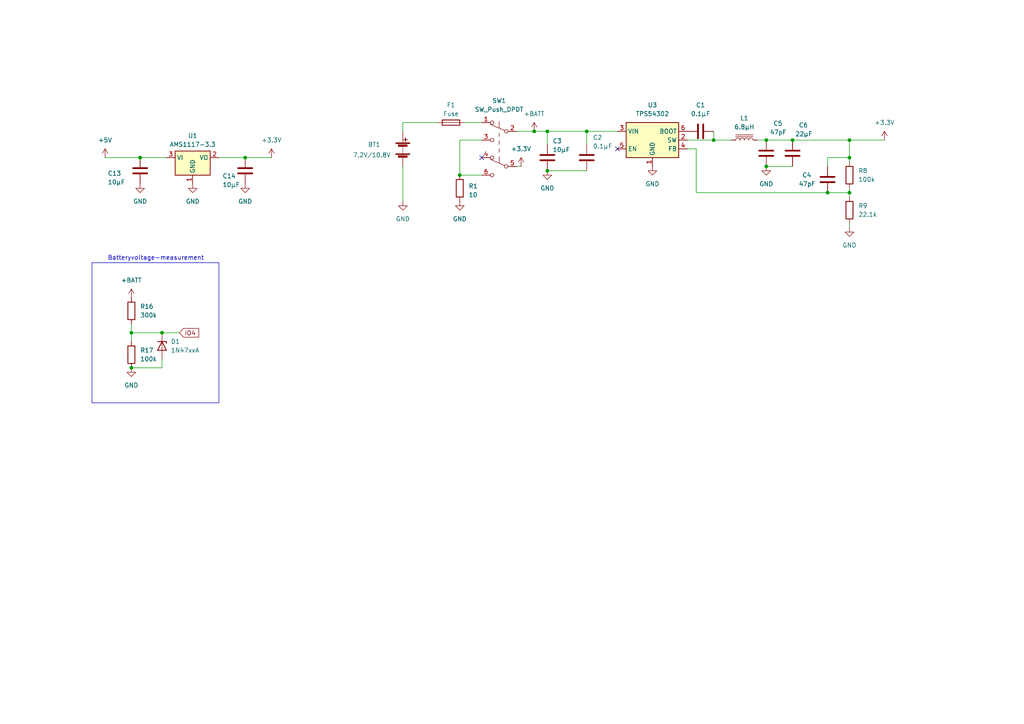
<source format=kicad_sch>
(kicad_sch
	(version 20250114)
	(generator "eeschema")
	(generator_version "9.0")
	(uuid "6b9a4f05-fd2e-4e07-8f14-44220d22e728")
	(paper "A4")
	(title_block
		(title "Nerf-ATG")
		(date "2025-04-13")
		(rev "1.0")
		(company "made by Nico Hütter")
	)
	(lib_symbols
		(symbol "Device:Battery"
			(pin_numbers
				(hide yes)
			)
			(pin_names
				(offset 0)
				(hide yes)
			)
			(exclude_from_sim no)
			(in_bom yes)
			(on_board yes)
			(property "Reference" "BT"
				(at 2.54 2.54 0)
				(effects
					(font
						(size 1.27 1.27)
					)
					(justify left)
				)
			)
			(property "Value" "Battery"
				(at 2.54 0 0)
				(effects
					(font
						(size 1.27 1.27)
					)
					(justify left)
				)
			)
			(property "Footprint" ""
				(at 0 1.524 90)
				(effects
					(font
						(size 1.27 1.27)
					)
					(hide yes)
				)
			)
			(property "Datasheet" "~"
				(at 0 1.524 90)
				(effects
					(font
						(size 1.27 1.27)
					)
					(hide yes)
				)
			)
			(property "Description" "Multiple-cell battery"
				(at 0 0 0)
				(effects
					(font
						(size 1.27 1.27)
					)
					(hide yes)
				)
			)
			(property "ki_keywords" "batt voltage-source cell"
				(at 0 0 0)
				(effects
					(font
						(size 1.27 1.27)
					)
					(hide yes)
				)
			)
			(symbol "Battery_0_1"
				(rectangle
					(start -2.032 1.778)
					(end 2.032 1.524)
					(stroke
						(width 0)
						(type default)
					)
					(fill
						(type outline)
					)
				)
				(rectangle
					(start -2.032 -1.397)
					(end 2.032 -1.651)
					(stroke
						(width 0)
						(type default)
					)
					(fill
						(type outline)
					)
				)
				(rectangle
					(start -1.3208 1.1938)
					(end 1.27 0.6858)
					(stroke
						(width 0)
						(type default)
					)
					(fill
						(type outline)
					)
				)
				(rectangle
					(start -1.3208 -1.9812)
					(end 1.27 -2.4892)
					(stroke
						(width 0)
						(type default)
					)
					(fill
						(type outline)
					)
				)
				(polyline
					(pts
						(xy 0 1.778) (xy 0 2.54)
					)
					(stroke
						(width 0)
						(type default)
					)
					(fill
						(type none)
					)
				)
				(polyline
					(pts
						(xy 0 0.508) (xy 0 0.762)
					)
					(stroke
						(width 0)
						(type default)
					)
					(fill
						(type none)
					)
				)
				(polyline
					(pts
						(xy 0 0) (xy 0 0.254)
					)
					(stroke
						(width 0)
						(type default)
					)
					(fill
						(type none)
					)
				)
				(polyline
					(pts
						(xy 0 -0.508) (xy 0 -0.254)
					)
					(stroke
						(width 0)
						(type default)
					)
					(fill
						(type none)
					)
				)
				(polyline
					(pts
						(xy 0 -1.016) (xy 0 -0.762)
					)
					(stroke
						(width 0)
						(type default)
					)
					(fill
						(type none)
					)
				)
				(polyline
					(pts
						(xy 0 -1.524) (xy 0 -1.27)
					)
					(stroke
						(width 0)
						(type default)
					)
					(fill
						(type none)
					)
				)
				(polyline
					(pts
						(xy 0.254 2.667) (xy 1.27 2.667)
					)
					(stroke
						(width 0.254)
						(type default)
					)
					(fill
						(type none)
					)
				)
				(polyline
					(pts
						(xy 0.762 3.175) (xy 0.762 2.159)
					)
					(stroke
						(width 0.254)
						(type default)
					)
					(fill
						(type none)
					)
				)
			)
			(symbol "Battery_1_1"
				(pin passive line
					(at 0 5.08 270)
					(length 2.54)
					(name "+"
						(effects
							(font
								(size 1.27 1.27)
							)
						)
					)
					(number "1"
						(effects
							(font
								(size 1.27 1.27)
							)
						)
					)
				)
				(pin passive line
					(at 0 -5.08 90)
					(length 2.54)
					(name "-"
						(effects
							(font
								(size 1.27 1.27)
							)
						)
					)
					(number "2"
						(effects
							(font
								(size 1.27 1.27)
							)
						)
					)
				)
			)
			(embedded_fonts no)
		)
		(symbol "Device:C"
			(pin_numbers
				(hide yes)
			)
			(pin_names
				(offset 0.254)
			)
			(exclude_from_sim no)
			(in_bom yes)
			(on_board yes)
			(property "Reference" "C"
				(at 0.635 2.54 0)
				(effects
					(font
						(size 1.27 1.27)
					)
					(justify left)
				)
			)
			(property "Value" "C"
				(at 0.635 -2.54 0)
				(effects
					(font
						(size 1.27 1.27)
					)
					(justify left)
				)
			)
			(property "Footprint" ""
				(at 0.9652 -3.81 0)
				(effects
					(font
						(size 1.27 1.27)
					)
					(hide yes)
				)
			)
			(property "Datasheet" "~"
				(at 0 0 0)
				(effects
					(font
						(size 1.27 1.27)
					)
					(hide yes)
				)
			)
			(property "Description" "Unpolarized capacitor"
				(at 0 0 0)
				(effects
					(font
						(size 1.27 1.27)
					)
					(hide yes)
				)
			)
			(property "ki_keywords" "cap capacitor"
				(at 0 0 0)
				(effects
					(font
						(size 1.27 1.27)
					)
					(hide yes)
				)
			)
			(property "ki_fp_filters" "C_*"
				(at 0 0 0)
				(effects
					(font
						(size 1.27 1.27)
					)
					(hide yes)
				)
			)
			(symbol "C_0_1"
				(polyline
					(pts
						(xy -2.032 0.762) (xy 2.032 0.762)
					)
					(stroke
						(width 0.508)
						(type default)
					)
					(fill
						(type none)
					)
				)
				(polyline
					(pts
						(xy -2.032 -0.762) (xy 2.032 -0.762)
					)
					(stroke
						(width 0.508)
						(type default)
					)
					(fill
						(type none)
					)
				)
			)
			(symbol "C_1_1"
				(pin passive line
					(at 0 3.81 270)
					(length 2.794)
					(name "~"
						(effects
							(font
								(size 1.27 1.27)
							)
						)
					)
					(number "1"
						(effects
							(font
								(size 1.27 1.27)
							)
						)
					)
				)
				(pin passive line
					(at 0 -3.81 90)
					(length 2.794)
					(name "~"
						(effects
							(font
								(size 1.27 1.27)
							)
						)
					)
					(number "2"
						(effects
							(font
								(size 1.27 1.27)
							)
						)
					)
				)
			)
			(embedded_fonts no)
		)
		(symbol "Device:Fuse"
			(pin_numbers
				(hide yes)
			)
			(pin_names
				(offset 0)
			)
			(exclude_from_sim no)
			(in_bom yes)
			(on_board yes)
			(property "Reference" "F"
				(at 2.032 0 90)
				(effects
					(font
						(size 1.27 1.27)
					)
				)
			)
			(property "Value" "Fuse"
				(at -1.905 0 90)
				(effects
					(font
						(size 1.27 1.27)
					)
				)
			)
			(property "Footprint" ""
				(at -1.778 0 90)
				(effects
					(font
						(size 1.27 1.27)
					)
					(hide yes)
				)
			)
			(property "Datasheet" "~"
				(at 0 0 0)
				(effects
					(font
						(size 1.27 1.27)
					)
					(hide yes)
				)
			)
			(property "Description" "Fuse"
				(at 0 0 0)
				(effects
					(font
						(size 1.27 1.27)
					)
					(hide yes)
				)
			)
			(property "ki_keywords" "fuse"
				(at 0 0 0)
				(effects
					(font
						(size 1.27 1.27)
					)
					(hide yes)
				)
			)
			(property "ki_fp_filters" "*Fuse*"
				(at 0 0 0)
				(effects
					(font
						(size 1.27 1.27)
					)
					(hide yes)
				)
			)
			(symbol "Fuse_0_1"
				(rectangle
					(start -0.762 -2.54)
					(end 0.762 2.54)
					(stroke
						(width 0.254)
						(type default)
					)
					(fill
						(type none)
					)
				)
				(polyline
					(pts
						(xy 0 2.54) (xy 0 -2.54)
					)
					(stroke
						(width 0)
						(type default)
					)
					(fill
						(type none)
					)
				)
			)
			(symbol "Fuse_1_1"
				(pin passive line
					(at 0 3.81 270)
					(length 1.27)
					(name "~"
						(effects
							(font
								(size 1.27 1.27)
							)
						)
					)
					(number "1"
						(effects
							(font
								(size 1.27 1.27)
							)
						)
					)
				)
				(pin passive line
					(at 0 -3.81 90)
					(length 1.27)
					(name "~"
						(effects
							(font
								(size 1.27 1.27)
							)
						)
					)
					(number "2"
						(effects
							(font
								(size 1.27 1.27)
							)
						)
					)
				)
			)
			(embedded_fonts no)
		)
		(symbol "Device:L_Iron"
			(pin_numbers
				(hide yes)
			)
			(pin_names
				(offset 1.016)
				(hide yes)
			)
			(exclude_from_sim no)
			(in_bom yes)
			(on_board yes)
			(property "Reference" "L"
				(at -1.27 0 90)
				(effects
					(font
						(size 1.27 1.27)
					)
				)
			)
			(property "Value" "L_Iron"
				(at 2.794 0 90)
				(effects
					(font
						(size 1.27 1.27)
					)
				)
			)
			(property "Footprint" ""
				(at 0 0 0)
				(effects
					(font
						(size 1.27 1.27)
					)
					(hide yes)
				)
			)
			(property "Datasheet" "~"
				(at 0 0 0)
				(effects
					(font
						(size 1.27 1.27)
					)
					(hide yes)
				)
			)
			(property "Description" "Inductor with iron core"
				(at 0 0 0)
				(effects
					(font
						(size 1.27 1.27)
					)
					(hide yes)
				)
			)
			(property "ki_keywords" "inductor choke coil reactor magnetic"
				(at 0 0 0)
				(effects
					(font
						(size 1.27 1.27)
					)
					(hide yes)
				)
			)
			(property "ki_fp_filters" "Choke_* *Coil* Inductor_* L_*"
				(at 0 0 0)
				(effects
					(font
						(size 1.27 1.27)
					)
					(hide yes)
				)
			)
			(symbol "L_Iron_0_1"
				(arc
					(start 0 2.54)
					(mid 0.6323 1.905)
					(end 0 1.27)
					(stroke
						(width 0)
						(type default)
					)
					(fill
						(type none)
					)
				)
				(arc
					(start 0 1.27)
					(mid 0.6323 0.635)
					(end 0 0)
					(stroke
						(width 0)
						(type default)
					)
					(fill
						(type none)
					)
				)
				(arc
					(start 0 0)
					(mid 0.6323 -0.635)
					(end 0 -1.27)
					(stroke
						(width 0)
						(type default)
					)
					(fill
						(type none)
					)
				)
				(arc
					(start 0 -1.27)
					(mid 0.6323 -1.905)
					(end 0 -2.54)
					(stroke
						(width 0)
						(type default)
					)
					(fill
						(type none)
					)
				)
				(polyline
					(pts
						(xy 1.016 2.54) (xy 1.016 -2.54)
					)
					(stroke
						(width 0)
						(type default)
					)
					(fill
						(type none)
					)
				)
				(polyline
					(pts
						(xy 1.524 -2.54) (xy 1.524 2.54)
					)
					(stroke
						(width 0)
						(type default)
					)
					(fill
						(type none)
					)
				)
			)
			(symbol "L_Iron_1_1"
				(pin passive line
					(at 0 3.81 270)
					(length 1.27)
					(name "1"
						(effects
							(font
								(size 1.27 1.27)
							)
						)
					)
					(number "1"
						(effects
							(font
								(size 1.27 1.27)
							)
						)
					)
				)
				(pin passive line
					(at 0 -3.81 90)
					(length 1.27)
					(name "2"
						(effects
							(font
								(size 1.27 1.27)
							)
						)
					)
					(number "2"
						(effects
							(font
								(size 1.27 1.27)
							)
						)
					)
				)
			)
			(embedded_fonts no)
		)
		(symbol "Device:R"
			(pin_numbers
				(hide yes)
			)
			(pin_names
				(offset 0)
			)
			(exclude_from_sim no)
			(in_bom yes)
			(on_board yes)
			(property "Reference" "R"
				(at 2.032 0 90)
				(effects
					(font
						(size 1.27 1.27)
					)
				)
			)
			(property "Value" "R"
				(at 0 0 90)
				(effects
					(font
						(size 1.27 1.27)
					)
				)
			)
			(property "Footprint" ""
				(at -1.778 0 90)
				(effects
					(font
						(size 1.27 1.27)
					)
					(hide yes)
				)
			)
			(property "Datasheet" "~"
				(at 0 0 0)
				(effects
					(font
						(size 1.27 1.27)
					)
					(hide yes)
				)
			)
			(property "Description" "Resistor"
				(at 0 0 0)
				(effects
					(font
						(size 1.27 1.27)
					)
					(hide yes)
				)
			)
			(property "ki_keywords" "R res resistor"
				(at 0 0 0)
				(effects
					(font
						(size 1.27 1.27)
					)
					(hide yes)
				)
			)
			(property "ki_fp_filters" "R_*"
				(at 0 0 0)
				(effects
					(font
						(size 1.27 1.27)
					)
					(hide yes)
				)
			)
			(symbol "R_0_1"
				(rectangle
					(start -1.016 -2.54)
					(end 1.016 2.54)
					(stroke
						(width 0.254)
						(type default)
					)
					(fill
						(type none)
					)
				)
			)
			(symbol "R_1_1"
				(pin passive line
					(at 0 3.81 270)
					(length 1.27)
					(name "~"
						(effects
							(font
								(size 1.27 1.27)
							)
						)
					)
					(number "1"
						(effects
							(font
								(size 1.27 1.27)
							)
						)
					)
				)
				(pin passive line
					(at 0 -3.81 90)
					(length 1.27)
					(name "~"
						(effects
							(font
								(size 1.27 1.27)
							)
						)
					)
					(number "2"
						(effects
							(font
								(size 1.27 1.27)
							)
						)
					)
				)
			)
			(embedded_fonts no)
		)
		(symbol "Diode:1N47xxA"
			(pin_numbers
				(hide yes)
			)
			(pin_names
				(hide yes)
			)
			(exclude_from_sim no)
			(in_bom yes)
			(on_board yes)
			(property "Reference" "D"
				(at 0 2.54 0)
				(effects
					(font
						(size 1.27 1.27)
					)
				)
			)
			(property "Value" "1N47xxA"
				(at 0 -2.54 0)
				(effects
					(font
						(size 1.27 1.27)
					)
				)
			)
			(property "Footprint" "Diode_THT:D_DO-41_SOD81_P10.16mm_Horizontal"
				(at 0 -4.445 0)
				(effects
					(font
						(size 1.27 1.27)
					)
					(hide yes)
				)
			)
			(property "Datasheet" "https://www.vishay.com/docs/85816/1n4728a.pdf"
				(at 0 0 0)
				(effects
					(font
						(size 1.27 1.27)
					)
					(hide yes)
				)
			)
			(property "Description" "1300mW Silicon planar power Zener diodes, DO-41"
				(at 0 0 0)
				(effects
					(font
						(size 1.27 1.27)
					)
					(hide yes)
				)
			)
			(property "ki_keywords" "zener diode"
				(at 0 0 0)
				(effects
					(font
						(size 1.27 1.27)
					)
					(hide yes)
				)
			)
			(property "ki_fp_filters" "D*DO?41*"
				(at 0 0 0)
				(effects
					(font
						(size 1.27 1.27)
					)
					(hide yes)
				)
			)
			(symbol "1N47xxA_0_1"
				(polyline
					(pts
						(xy -1.27 -1.27) (xy -1.27 1.27) (xy -0.762 1.27)
					)
					(stroke
						(width 0.254)
						(type default)
					)
					(fill
						(type none)
					)
				)
				(polyline
					(pts
						(xy 1.27 0) (xy -1.27 0)
					)
					(stroke
						(width 0)
						(type default)
					)
					(fill
						(type none)
					)
				)
				(polyline
					(pts
						(xy 1.27 -1.27) (xy 1.27 1.27) (xy -1.27 0) (xy 1.27 -1.27)
					)
					(stroke
						(width 0.254)
						(type default)
					)
					(fill
						(type none)
					)
				)
			)
			(symbol "1N47xxA_1_1"
				(pin passive line
					(at -3.81 0 0)
					(length 2.54)
					(name "K"
						(effects
							(font
								(size 1.27 1.27)
							)
						)
					)
					(number "1"
						(effects
							(font
								(size 1.27 1.27)
							)
						)
					)
				)
				(pin passive line
					(at 3.81 0 180)
					(length 2.54)
					(name "A"
						(effects
							(font
								(size 1.27 1.27)
							)
						)
					)
					(number "2"
						(effects
							(font
								(size 1.27 1.27)
							)
						)
					)
				)
			)
			(embedded_fonts no)
		)
		(symbol "Regulator_Linear:AMS1117-3.3"
			(exclude_from_sim no)
			(in_bom yes)
			(on_board yes)
			(property "Reference" "U"
				(at -3.81 3.175 0)
				(effects
					(font
						(size 1.27 1.27)
					)
				)
			)
			(property "Value" "AMS1117-3.3"
				(at 0 3.175 0)
				(effects
					(font
						(size 1.27 1.27)
					)
					(justify left)
				)
			)
			(property "Footprint" "Package_TO_SOT_SMD:SOT-223-3_TabPin2"
				(at 0 5.08 0)
				(effects
					(font
						(size 1.27 1.27)
					)
					(hide yes)
				)
			)
			(property "Datasheet" "http://www.advanced-monolithic.com/pdf/ds1117.pdf"
				(at 2.54 -6.35 0)
				(effects
					(font
						(size 1.27 1.27)
					)
					(hide yes)
				)
			)
			(property "Description" "1A Low Dropout regulator, positive, 3.3V fixed output, SOT-223"
				(at 0 0 0)
				(effects
					(font
						(size 1.27 1.27)
					)
					(hide yes)
				)
			)
			(property "ki_keywords" "linear regulator ldo fixed positive"
				(at 0 0 0)
				(effects
					(font
						(size 1.27 1.27)
					)
					(hide yes)
				)
			)
			(property "ki_fp_filters" "SOT?223*TabPin2*"
				(at 0 0 0)
				(effects
					(font
						(size 1.27 1.27)
					)
					(hide yes)
				)
			)
			(symbol "AMS1117-3.3_0_1"
				(rectangle
					(start -5.08 -5.08)
					(end 5.08 1.905)
					(stroke
						(width 0.254)
						(type default)
					)
					(fill
						(type background)
					)
				)
			)
			(symbol "AMS1117-3.3_1_1"
				(pin power_in line
					(at -7.62 0 0)
					(length 2.54)
					(name "VI"
						(effects
							(font
								(size 1.27 1.27)
							)
						)
					)
					(number "3"
						(effects
							(font
								(size 1.27 1.27)
							)
						)
					)
				)
				(pin power_in line
					(at 0 -7.62 90)
					(length 2.54)
					(name "GND"
						(effects
							(font
								(size 1.27 1.27)
							)
						)
					)
					(number "1"
						(effects
							(font
								(size 1.27 1.27)
							)
						)
					)
				)
				(pin power_out line
					(at 7.62 0 180)
					(length 2.54)
					(name "VO"
						(effects
							(font
								(size 1.27 1.27)
							)
						)
					)
					(number "2"
						(effects
							(font
								(size 1.27 1.27)
							)
						)
					)
				)
			)
			(embedded_fonts no)
		)
		(symbol "Regulator_Switching:TPS54302"
			(exclude_from_sim no)
			(in_bom yes)
			(on_board yes)
			(property "Reference" "U"
				(at -7.62 6.35 0)
				(effects
					(font
						(size 1.27 1.27)
					)
					(justify left)
				)
			)
			(property "Value" "TPS54302"
				(at 0 6.35 0)
				(effects
					(font
						(size 1.27 1.27)
					)
					(justify left)
				)
			)
			(property "Footprint" "Package_TO_SOT_SMD:SOT-23-6"
				(at 1.27 -8.89 0)
				(effects
					(font
						(size 1.27 1.27)
					)
					(justify left)
					(hide yes)
				)
			)
			(property "Datasheet" "http://www.ti.com/lit/ds/symlink/tps54302.pdf"
				(at -7.62 8.89 0)
				(effects
					(font
						(size 1.27 1.27)
					)
					(hide yes)
				)
			)
			(property "Description" "3A, 4.5 to 28V Input, EMI Friendly integrated switch synchronous step-down regulator, pulse-skipping, SOT-23-6"
				(at 0 0 0)
				(effects
					(font
						(size 1.27 1.27)
					)
					(hide yes)
				)
			)
			(property "ki_keywords" "switching buck converter power-supply voltage regulator emi spread spectrum"
				(at 0 0 0)
				(effects
					(font
						(size 1.27 1.27)
					)
					(hide yes)
				)
			)
			(property "ki_fp_filters" "SOT?23*"
				(at 0 0 0)
				(effects
					(font
						(size 1.27 1.27)
					)
					(hide yes)
				)
			)
			(symbol "TPS54302_0_1"
				(rectangle
					(start -7.62 5.08)
					(end 7.62 -5.08)
					(stroke
						(width 0.254)
						(type default)
					)
					(fill
						(type background)
					)
				)
			)
			(symbol "TPS54302_1_1"
				(pin power_in line
					(at -10.16 2.54 0)
					(length 2.54)
					(name "VIN"
						(effects
							(font
								(size 1.27 1.27)
							)
						)
					)
					(number "3"
						(effects
							(font
								(size 1.27 1.27)
							)
						)
					)
				)
				(pin input line
					(at -10.16 -2.54 0)
					(length 2.54)
					(name "EN"
						(effects
							(font
								(size 1.27 1.27)
							)
						)
					)
					(number "5"
						(effects
							(font
								(size 1.27 1.27)
							)
						)
					)
				)
				(pin power_in line
					(at 0 -7.62 90)
					(length 2.54)
					(name "GND"
						(effects
							(font
								(size 1.27 1.27)
							)
						)
					)
					(number "1"
						(effects
							(font
								(size 1.27 1.27)
							)
						)
					)
				)
				(pin passive line
					(at 10.16 2.54 180)
					(length 2.54)
					(name "BOOT"
						(effects
							(font
								(size 1.27 1.27)
							)
						)
					)
					(number "6"
						(effects
							(font
								(size 1.27 1.27)
							)
						)
					)
				)
				(pin power_out line
					(at 10.16 0 180)
					(length 2.54)
					(name "SW"
						(effects
							(font
								(size 1.27 1.27)
							)
						)
					)
					(number "2"
						(effects
							(font
								(size 1.27 1.27)
							)
						)
					)
				)
				(pin input line
					(at 10.16 -2.54 180)
					(length 2.54)
					(name "FB"
						(effects
							(font
								(size 1.27 1.27)
							)
						)
					)
					(number "4"
						(effects
							(font
								(size 1.27 1.27)
							)
						)
					)
				)
			)
			(embedded_fonts no)
		)
		(symbol "Switch:SW_Push_DPDT"
			(pin_names
				(offset 0)
				(hide yes)
			)
			(exclude_from_sim no)
			(in_bom yes)
			(on_board yes)
			(property "Reference" "SW"
				(at 0 8.89 0)
				(effects
					(font
						(size 1.27 1.27)
					)
				)
			)
			(property "Value" "SW_Push_DPDT"
				(at 0 -10.16 0)
				(effects
					(font
						(size 1.27 1.27)
					)
				)
			)
			(property "Footprint" ""
				(at 0 5.08 0)
				(effects
					(font
						(size 1.27 1.27)
					)
					(hide yes)
				)
			)
			(property "Datasheet" "~"
				(at 0 5.08 0)
				(effects
					(font
						(size 1.27 1.27)
					)
					(hide yes)
				)
			)
			(property "Description" "Momentary Switch, dual pole double throw"
				(at 0 0 0)
				(effects
					(font
						(size 1.27 1.27)
					)
					(hide yes)
				)
			)
			(property "ki_keywords" "switch dual-pole double-throw spdt ON-ON"
				(at 0 0 0)
				(effects
					(font
						(size 1.27 1.27)
					)
					(hide yes)
				)
			)
			(symbol "SW_Push_DPDT_0_0"
				(circle
					(center -2.032 5.08)
					(radius 0.508)
					(stroke
						(width 0)
						(type default)
					)
					(fill
						(type none)
					)
				)
				(circle
					(center -2.032 -5.08)
					(radius 0.508)
					(stroke
						(width 0)
						(type default)
					)
					(fill
						(type none)
					)
				)
				(circle
					(center 2.032 2.54)
					(radius 0.508)
					(stroke
						(width 0)
						(type default)
					)
					(fill
						(type none)
					)
				)
				(circle
					(center 2.032 -7.62)
					(radius 0.508)
					(stroke
						(width 0)
						(type default)
					)
					(fill
						(type none)
					)
				)
			)
			(symbol "SW_Push_DPDT_0_1"
				(polyline
					(pts
						(xy -1.524 5.334) (xy 2.54 7.112)
					)
					(stroke
						(width 0)
						(type default)
					)
					(fill
						(type none)
					)
				)
				(polyline
					(pts
						(xy -1.524 -4.826) (xy 2.54 -3.048)
					)
					(stroke
						(width 0)
						(type default)
					)
					(fill
						(type none)
					)
				)
				(polyline
					(pts
						(xy 0 7.874) (xy 0 6.096)
					)
					(stroke
						(width 0)
						(type default)
					)
					(fill
						(type none)
					)
				)
				(polyline
					(pts
						(xy 0 3.556) (xy 0 4.572)
					)
					(stroke
						(width 0)
						(type default)
					)
					(fill
						(type none)
					)
				)
				(polyline
					(pts
						(xy 0 1.27) (xy 0 2.286)
					)
					(stroke
						(width 0)
						(type default)
					)
					(fill
						(type none)
					)
				)
				(polyline
					(pts
						(xy 0 -1.016) (xy 0 0)
					)
					(stroke
						(width 0)
						(type default)
					)
					(fill
						(type none)
					)
				)
				(polyline
					(pts
						(xy 0 -2.286) (xy 0 -4.064)
					)
					(stroke
						(width 0)
						(type default)
					)
					(fill
						(type none)
					)
				)
				(circle
					(center 2.032 7.62)
					(radius 0.508)
					(stroke
						(width 0)
						(type default)
					)
					(fill
						(type none)
					)
				)
				(circle
					(center 2.032 -2.54)
					(radius 0.508)
					(stroke
						(width 0)
						(type default)
					)
					(fill
						(type none)
					)
				)
			)
			(symbol "SW_Push_DPDT_1_1"
				(pin passive line
					(at -5.08 5.08 0)
					(length 2.54)
					(name "B"
						(effects
							(font
								(size 1.27 1.27)
							)
						)
					)
					(number "2"
						(effects
							(font
								(size 1.27 1.27)
							)
						)
					)
				)
				(pin passive line
					(at -5.08 -5.08 0)
					(length 2.54)
					(name "B"
						(effects
							(font
								(size 1.27 1.27)
							)
						)
					)
					(number "5"
						(effects
							(font
								(size 1.27 1.27)
							)
						)
					)
				)
				(pin passive line
					(at 5.08 7.62 180)
					(length 2.54)
					(name "A"
						(effects
							(font
								(size 1.27 1.27)
							)
						)
					)
					(number "1"
						(effects
							(font
								(size 1.27 1.27)
							)
						)
					)
				)
				(pin passive line
					(at 5.08 2.54 180)
					(length 2.54)
					(name "C"
						(effects
							(font
								(size 1.27 1.27)
							)
						)
					)
					(number "3"
						(effects
							(font
								(size 1.27 1.27)
							)
						)
					)
				)
				(pin passive line
					(at 5.08 -2.54 180)
					(length 2.54)
					(name "A"
						(effects
							(font
								(size 1.27 1.27)
							)
						)
					)
					(number "4"
						(effects
							(font
								(size 1.27 1.27)
							)
						)
					)
				)
				(pin passive line
					(at 5.08 -7.62 180)
					(length 2.54)
					(name "C"
						(effects
							(font
								(size 1.27 1.27)
							)
						)
					)
					(number "6"
						(effects
							(font
								(size 1.27 1.27)
							)
						)
					)
				)
			)
			(embedded_fonts no)
		)
		(symbol "power:+3.3V"
			(power)
			(pin_numbers
				(hide yes)
			)
			(pin_names
				(offset 0)
				(hide yes)
			)
			(exclude_from_sim no)
			(in_bom yes)
			(on_board yes)
			(property "Reference" "#PWR"
				(at 0 -3.81 0)
				(effects
					(font
						(size 1.27 1.27)
					)
					(hide yes)
				)
			)
			(property "Value" "+3.3V"
				(at 0 3.556 0)
				(effects
					(font
						(size 1.27 1.27)
					)
				)
			)
			(property "Footprint" ""
				(at 0 0 0)
				(effects
					(font
						(size 1.27 1.27)
					)
					(hide yes)
				)
			)
			(property "Datasheet" ""
				(at 0 0 0)
				(effects
					(font
						(size 1.27 1.27)
					)
					(hide yes)
				)
			)
			(property "Description" "Power symbol creates a global label with name \"+3.3V\""
				(at 0 0 0)
				(effects
					(font
						(size 1.27 1.27)
					)
					(hide yes)
				)
			)
			(property "ki_keywords" "global power"
				(at 0 0 0)
				(effects
					(font
						(size 1.27 1.27)
					)
					(hide yes)
				)
			)
			(symbol "+3.3V_0_1"
				(polyline
					(pts
						(xy -0.762 1.27) (xy 0 2.54)
					)
					(stroke
						(width 0)
						(type default)
					)
					(fill
						(type none)
					)
				)
				(polyline
					(pts
						(xy 0 2.54) (xy 0.762 1.27)
					)
					(stroke
						(width 0)
						(type default)
					)
					(fill
						(type none)
					)
				)
				(polyline
					(pts
						(xy 0 0) (xy 0 2.54)
					)
					(stroke
						(width 0)
						(type default)
					)
					(fill
						(type none)
					)
				)
			)
			(symbol "+3.3V_1_1"
				(pin power_in line
					(at 0 0 90)
					(length 0)
					(name "~"
						(effects
							(font
								(size 1.27 1.27)
							)
						)
					)
					(number "1"
						(effects
							(font
								(size 1.27 1.27)
							)
						)
					)
				)
			)
			(embedded_fonts no)
		)
		(symbol "power:+5V"
			(power)
			(pin_numbers
				(hide yes)
			)
			(pin_names
				(offset 0)
				(hide yes)
			)
			(exclude_from_sim no)
			(in_bom yes)
			(on_board yes)
			(property "Reference" "#PWR"
				(at 0 -3.81 0)
				(effects
					(font
						(size 1.27 1.27)
					)
					(hide yes)
				)
			)
			(property "Value" "+5V"
				(at 0 3.556 0)
				(effects
					(font
						(size 1.27 1.27)
					)
				)
			)
			(property "Footprint" ""
				(at 0 0 0)
				(effects
					(font
						(size 1.27 1.27)
					)
					(hide yes)
				)
			)
			(property "Datasheet" ""
				(at 0 0 0)
				(effects
					(font
						(size 1.27 1.27)
					)
					(hide yes)
				)
			)
			(property "Description" "Power symbol creates a global label with name \"+5V\""
				(at 0 0 0)
				(effects
					(font
						(size 1.27 1.27)
					)
					(hide yes)
				)
			)
			(property "ki_keywords" "global power"
				(at 0 0 0)
				(effects
					(font
						(size 1.27 1.27)
					)
					(hide yes)
				)
			)
			(symbol "+5V_0_1"
				(polyline
					(pts
						(xy -0.762 1.27) (xy 0 2.54)
					)
					(stroke
						(width 0)
						(type default)
					)
					(fill
						(type none)
					)
				)
				(polyline
					(pts
						(xy 0 2.54) (xy 0.762 1.27)
					)
					(stroke
						(width 0)
						(type default)
					)
					(fill
						(type none)
					)
				)
				(polyline
					(pts
						(xy 0 0) (xy 0 2.54)
					)
					(stroke
						(width 0)
						(type default)
					)
					(fill
						(type none)
					)
				)
			)
			(symbol "+5V_1_1"
				(pin power_in line
					(at 0 0 90)
					(length 0)
					(name "~"
						(effects
							(font
								(size 1.27 1.27)
							)
						)
					)
					(number "1"
						(effects
							(font
								(size 1.27 1.27)
							)
						)
					)
				)
			)
			(embedded_fonts no)
		)
		(symbol "power:+BATT"
			(power)
			(pin_numbers
				(hide yes)
			)
			(pin_names
				(offset 0)
				(hide yes)
			)
			(exclude_from_sim no)
			(in_bom yes)
			(on_board yes)
			(property "Reference" "#PWR"
				(at 0 -3.81 0)
				(effects
					(font
						(size 1.27 1.27)
					)
					(hide yes)
				)
			)
			(property "Value" "+BATT"
				(at 0 3.556 0)
				(effects
					(font
						(size 1.27 1.27)
					)
				)
			)
			(property "Footprint" ""
				(at 0 0 0)
				(effects
					(font
						(size 1.27 1.27)
					)
					(hide yes)
				)
			)
			(property "Datasheet" ""
				(at 0 0 0)
				(effects
					(font
						(size 1.27 1.27)
					)
					(hide yes)
				)
			)
			(property "Description" "Power symbol creates a global label with name \"+BATT\""
				(at 0 0 0)
				(effects
					(font
						(size 1.27 1.27)
					)
					(hide yes)
				)
			)
			(property "ki_keywords" "global power battery"
				(at 0 0 0)
				(effects
					(font
						(size 1.27 1.27)
					)
					(hide yes)
				)
			)
			(symbol "+BATT_0_1"
				(polyline
					(pts
						(xy -0.762 1.27) (xy 0 2.54)
					)
					(stroke
						(width 0)
						(type default)
					)
					(fill
						(type none)
					)
				)
				(polyline
					(pts
						(xy 0 2.54) (xy 0.762 1.27)
					)
					(stroke
						(width 0)
						(type default)
					)
					(fill
						(type none)
					)
				)
				(polyline
					(pts
						(xy 0 0) (xy 0 2.54)
					)
					(stroke
						(width 0)
						(type default)
					)
					(fill
						(type none)
					)
				)
			)
			(symbol "+BATT_1_1"
				(pin power_in line
					(at 0 0 90)
					(length 0)
					(name "~"
						(effects
							(font
								(size 1.27 1.27)
							)
						)
					)
					(number "1"
						(effects
							(font
								(size 1.27 1.27)
							)
						)
					)
				)
			)
			(embedded_fonts no)
		)
		(symbol "power:GND"
			(power)
			(pin_names
				(offset 0)
			)
			(exclude_from_sim no)
			(in_bom yes)
			(on_board yes)
			(property "Reference" "#PWR"
				(at 0 -6.35 0)
				(effects
					(font
						(size 1.27 1.27)
					)
					(hide yes)
				)
			)
			(property "Value" "GND"
				(at 0 -3.81 0)
				(effects
					(font
						(size 1.27 1.27)
					)
				)
			)
			(property "Footprint" ""
				(at 0 0 0)
				(effects
					(font
						(size 1.27 1.27)
					)
					(hide yes)
				)
			)
			(property "Datasheet" ""
				(at 0 0 0)
				(effects
					(font
						(size 1.27 1.27)
					)
					(hide yes)
				)
			)
			(property "Description" "Power symbol creates a global label with name \"GND\" , ground"
				(at 0 0 0)
				(effects
					(font
						(size 1.27 1.27)
					)
					(hide yes)
				)
			)
			(property "ki_keywords" "global power"
				(at 0 0 0)
				(effects
					(font
						(size 1.27 1.27)
					)
					(hide yes)
				)
			)
			(symbol "GND_0_1"
				(polyline
					(pts
						(xy 0 0) (xy 0 -1.27) (xy 1.27 -1.27) (xy 0 -2.54) (xy -1.27 -1.27) (xy 0 -1.27)
					)
					(stroke
						(width 0)
						(type default)
					)
					(fill
						(type none)
					)
				)
			)
			(symbol "GND_1_1"
				(pin power_in line
					(at 0 0 270)
					(length 0)
					(hide yes)
					(name "GND"
						(effects
							(font
								(size 1.27 1.27)
							)
						)
					)
					(number "1"
						(effects
							(font
								(size 1.27 1.27)
							)
						)
					)
				)
			)
			(embedded_fonts no)
		)
	)
	(rectangle
		(start 26.67 76.2)
		(end 63.5 116.84)
		(stroke
			(width 0)
			(type default)
		)
		(fill
			(type none)
		)
		(uuid b1b85eee-3d64-4589-93cc-ce19833bbc10)
	)
	(text "Batteryvoltage-measurement"
		(exclude_from_sim no)
		(at 45.212 74.93 0)
		(effects
			(font
				(size 1.27 1.27)
			)
		)
		(uuid "ef0ce9ed-f188-46c2-9c84-71fb2169d4bb")
	)
	(junction
		(at 246.38 40.64)
		(diameter 0)
		(color 0 0 0 0)
		(uuid "1236c5e7-ed28-4ca2-9d09-2dcf4d5d403b")
	)
	(junction
		(at 46.99 96.52)
		(diameter 0)
		(color 0 0 0 0)
		(uuid "1b9633e4-26eb-48ba-b900-21ddcfb5acc2")
	)
	(junction
		(at 246.38 55.88)
		(diameter 0)
		(color 0 0 0 0)
		(uuid "277e5c37-1715-4a40-8897-f0ae13dfcf4f")
	)
	(junction
		(at 246.38 45.72)
		(diameter 0)
		(color 0 0 0 0)
		(uuid "2c8b4bed-34ff-42ec-b6f5-c912467e564a")
	)
	(junction
		(at 170.18 38.1)
		(diameter 0)
		(color 0 0 0 0)
		(uuid "37a58696-8bd2-4c70-b4a3-54314cd9be46")
	)
	(junction
		(at 158.75 49.53)
		(diameter 0)
		(color 0 0 0 0)
		(uuid "3fdf9928-3c95-406f-9a18-495fcb925f30")
	)
	(junction
		(at 240.03 55.88)
		(diameter 0)
		(color 0 0 0 0)
		(uuid "70696ffb-f976-4eb7-9b39-9508dfcd96d4")
	)
	(junction
		(at 229.87 40.64)
		(diameter 0)
		(color 0 0 0 0)
		(uuid "818cd632-e61d-47ea-9d0a-30c9ff38c71e")
	)
	(junction
		(at 222.25 40.64)
		(diameter 0)
		(color 0 0 0 0)
		(uuid "9467d764-116a-4663-b727-b988dcb29b12")
	)
	(junction
		(at 38.1 96.52)
		(diameter 0)
		(color 0 0 0 0)
		(uuid "b66ddf49-9fb1-48bf-8c4a-da48bf53b453")
	)
	(junction
		(at 133.35 50.8)
		(diameter 0)
		(color 0 0 0 0)
		(uuid "be49e51a-c91d-4601-be0b-b24a4e35693f")
	)
	(junction
		(at 222.25 48.26)
		(diameter 0)
		(color 0 0 0 0)
		(uuid "c306ec9f-171c-4157-a9b0-ad558d16b53a")
	)
	(junction
		(at 71.12 45.72)
		(diameter 0)
		(color 0 0 0 0)
		(uuid "c765004f-255b-4c9e-b0c8-f450599bef3c")
	)
	(junction
		(at 38.1 106.68)
		(diameter 0)
		(color 0 0 0 0)
		(uuid "d4ab7be0-90bf-4500-a5a3-d7242c73a3e7")
	)
	(junction
		(at 40.64 45.72)
		(diameter 0)
		(color 0 0 0 0)
		(uuid "d4dcd2dd-6aee-41b2-8eb9-c0539cf67a5e")
	)
	(junction
		(at 154.94 38.1)
		(diameter 0)
		(color 0 0 0 0)
		(uuid "da7cad82-8c70-4fc2-947c-fc4f63561e6a")
	)
	(junction
		(at 207.01 40.64)
		(diameter 0)
		(color 0 0 0 0)
		(uuid "f518a1b4-d49d-4cfd-8483-1b7ff65a0323")
	)
	(junction
		(at 158.75 38.1)
		(diameter 0)
		(color 0 0 0 0)
		(uuid "fc1cf9ba-00db-47e4-bc36-7d28d794c35b")
	)
	(no_connect
		(at 139.7 45.72)
		(uuid "11e4dea6-2718-4d39-a97e-36704b9594dc")
	)
	(no_connect
		(at 179.07 43.18)
		(uuid "63befac5-d273-454c-8cf9-2cf481e6b0e6")
	)
	(wire
		(pts
			(xy 240.03 48.26) (xy 240.03 45.72)
		)
		(stroke
			(width 0)
			(type default)
		)
		(uuid "000bbc94-0397-4e8d-b1a7-83724d6a2b7b")
	)
	(wire
		(pts
			(xy 38.1 99.06) (xy 38.1 96.52)
		)
		(stroke
			(width 0)
			(type default)
		)
		(uuid "08143e25-8a32-4523-9d59-43db166b5c73")
	)
	(wire
		(pts
			(xy 246.38 40.64) (xy 256.54 40.64)
		)
		(stroke
			(width 0)
			(type default)
		)
		(uuid "14c27654-8a71-4ec0-ad2c-cb27ec85f2f5")
	)
	(wire
		(pts
			(xy 246.38 45.72) (xy 246.38 46.99)
		)
		(stroke
			(width 0)
			(type default)
		)
		(uuid "166e66cb-323d-4abd-9538-365e4dad18bc")
	)
	(wire
		(pts
			(xy 222.25 48.26) (xy 229.87 48.26)
		)
		(stroke
			(width 0)
			(type default)
		)
		(uuid "24b1d9a6-71ed-47a6-bdbe-ededf306641a")
	)
	(wire
		(pts
			(xy 246.38 55.88) (xy 246.38 57.15)
		)
		(stroke
			(width 0)
			(type default)
		)
		(uuid "2d989b30-e490-4e06-8d6b-e50d0042761c")
	)
	(wire
		(pts
			(xy 30.48 45.72) (xy 40.64 45.72)
		)
		(stroke
			(width 0)
			(type default)
		)
		(uuid "2f6402d9-7010-4729-a6b3-37dcf5487671")
	)
	(wire
		(pts
			(xy 158.75 38.1) (xy 170.18 38.1)
		)
		(stroke
			(width 0)
			(type default)
		)
		(uuid "2f698149-eae7-486d-88ee-7411195c6eab")
	)
	(wire
		(pts
			(xy 71.12 45.72) (xy 78.74 45.72)
		)
		(stroke
			(width 0)
			(type default)
		)
		(uuid "30eaa6d7-dca5-4c3b-998d-457ef20fbaab")
	)
	(wire
		(pts
			(xy 149.86 38.1) (xy 154.94 38.1)
		)
		(stroke
			(width 0)
			(type default)
		)
		(uuid "32c8f1a9-4660-4e3d-b46a-4b93472005ee")
	)
	(wire
		(pts
			(xy 46.99 96.52) (xy 38.1 96.52)
		)
		(stroke
			(width 0)
			(type default)
		)
		(uuid "3cdb7628-2443-4a31-bfc3-261c4cfc18dc")
	)
	(wire
		(pts
			(xy 201.93 43.18) (xy 201.93 55.88)
		)
		(stroke
			(width 0)
			(type default)
		)
		(uuid "41f92298-c284-40af-bf7f-ca2e62c5d7fe")
	)
	(wire
		(pts
			(xy 170.18 41.91) (xy 170.18 38.1)
		)
		(stroke
			(width 0)
			(type default)
		)
		(uuid "45cc5c76-b13a-432a-b307-74758f9b96bb")
	)
	(wire
		(pts
			(xy 170.18 38.1) (xy 179.07 38.1)
		)
		(stroke
			(width 0)
			(type default)
		)
		(uuid "4678cc40-0074-4aa4-bce5-5e09d525cd94")
	)
	(wire
		(pts
			(xy 48.26 45.72) (xy 40.64 45.72)
		)
		(stroke
			(width 0)
			(type default)
		)
		(uuid "4b6c384c-156e-4c28-bd3f-6502d323e0ec")
	)
	(wire
		(pts
			(xy 63.5 45.72) (xy 71.12 45.72)
		)
		(stroke
			(width 0)
			(type default)
		)
		(uuid "64739080-7df5-4662-8c20-45081409ed89")
	)
	(wire
		(pts
			(xy 154.94 38.1) (xy 158.75 38.1)
		)
		(stroke
			(width 0)
			(type default)
		)
		(uuid "6556917f-e13c-412c-b3b7-44b7eb5c0f0b")
	)
	(wire
		(pts
			(xy 207.01 40.64) (xy 212.09 40.64)
		)
		(stroke
			(width 0)
			(type default)
		)
		(uuid "7b430082-ec22-4b5d-a2dd-9623da524630")
	)
	(wire
		(pts
			(xy 240.03 55.88) (xy 246.38 55.88)
		)
		(stroke
			(width 0)
			(type default)
		)
		(uuid "7d3df388-33e0-4185-bf7e-1e42b2752917")
	)
	(wire
		(pts
			(xy 229.87 40.64) (xy 246.38 40.64)
		)
		(stroke
			(width 0)
			(type default)
		)
		(uuid "7f17bcf5-c681-486d-8b8f-a7128233293d")
	)
	(wire
		(pts
			(xy 46.99 104.14) (xy 46.99 106.68)
		)
		(stroke
			(width 0)
			(type default)
		)
		(uuid "84cf014f-2b8c-4393-8232-94ed28f57378")
	)
	(wire
		(pts
			(xy 116.84 58.42) (xy 116.84 48.26)
		)
		(stroke
			(width 0)
			(type default)
		)
		(uuid "8a63f2a9-1894-4873-b905-8b523e83b66a")
	)
	(wire
		(pts
			(xy 222.25 40.64) (xy 229.87 40.64)
		)
		(stroke
			(width 0)
			(type default)
		)
		(uuid "8d7f06ae-b6c5-49a8-9eab-d55fb1e301d4")
	)
	(wire
		(pts
			(xy 201.93 43.18) (xy 199.39 43.18)
		)
		(stroke
			(width 0)
			(type default)
		)
		(uuid "8df49ef1-8151-40dc-8331-00dc3e4c0db6")
	)
	(wire
		(pts
			(xy 116.84 35.56) (xy 116.84 38.1)
		)
		(stroke
			(width 0)
			(type default)
		)
		(uuid "94473e69-761c-4e58-89df-c4981999fcc8")
	)
	(wire
		(pts
			(xy 134.62 35.56) (xy 139.7 35.56)
		)
		(stroke
			(width 0)
			(type default)
		)
		(uuid "98e5af27-0aa8-4d9f-bf6c-4cb9f712089e")
	)
	(wire
		(pts
			(xy 52.07 96.52) (xy 46.99 96.52)
		)
		(stroke
			(width 0)
			(type default)
		)
		(uuid "9ac24e03-fb78-4045-b8c0-4977d3eee2da")
	)
	(wire
		(pts
			(xy 139.7 40.64) (xy 133.35 40.64)
		)
		(stroke
			(width 0)
			(type default)
		)
		(uuid "9d3a5ed7-0295-4d00-ba26-6f963baf6df6")
	)
	(wire
		(pts
			(xy 246.38 54.61) (xy 246.38 55.88)
		)
		(stroke
			(width 0)
			(type default)
		)
		(uuid "a33449b3-e56c-4d9f-a398-13cce7f19712")
	)
	(wire
		(pts
			(xy 240.03 45.72) (xy 246.38 45.72)
		)
		(stroke
			(width 0)
			(type default)
		)
		(uuid "a8fe0b49-e50a-43d7-b7f3-d2735c738a5e")
	)
	(wire
		(pts
			(xy 207.01 40.64) (xy 199.39 40.64)
		)
		(stroke
			(width 0)
			(type default)
		)
		(uuid "af5c5e7a-c09e-4635-b266-393694606ccd")
	)
	(wire
		(pts
			(xy 127 35.56) (xy 116.84 35.56)
		)
		(stroke
			(width 0)
			(type default)
		)
		(uuid "b1611cef-4a5d-4e68-ab17-291f3afa97bc")
	)
	(wire
		(pts
			(xy 246.38 66.04) (xy 246.38 64.77)
		)
		(stroke
			(width 0)
			(type default)
		)
		(uuid "b518be8f-688e-4341-9339-91a6fa5b53db")
	)
	(wire
		(pts
			(xy 201.93 55.88) (xy 240.03 55.88)
		)
		(stroke
			(width 0)
			(type default)
		)
		(uuid "bfbd13c5-d112-4944-8ce5-32deddecd881")
	)
	(wire
		(pts
			(xy 158.75 49.53) (xy 170.18 49.53)
		)
		(stroke
			(width 0)
			(type default)
		)
		(uuid "c9c8993f-1adf-47ae-b120-cec22bfa86b5")
	)
	(wire
		(pts
			(xy 38.1 96.52) (xy 38.1 93.98)
		)
		(stroke
			(width 0)
			(type default)
		)
		(uuid "cc93bbd7-8c3b-4ce0-8827-d81f42e9ece1")
	)
	(wire
		(pts
			(xy 158.75 38.1) (xy 158.75 41.91)
		)
		(stroke
			(width 0)
			(type default)
		)
		(uuid "de412452-60a3-40fa-9dde-77b3c3ab712c")
	)
	(wire
		(pts
			(xy 219.71 40.64) (xy 222.25 40.64)
		)
		(stroke
			(width 0)
			(type default)
		)
		(uuid "df0900c8-d3f5-43a4-917e-99730ea793cc")
	)
	(wire
		(pts
			(xy 246.38 40.64) (xy 246.38 45.72)
		)
		(stroke
			(width 0)
			(type default)
		)
		(uuid "eb6b330d-08a0-4c61-9d18-ed07a78ca380")
	)
	(wire
		(pts
			(xy 151.13 48.26) (xy 149.86 48.26)
		)
		(stroke
			(width 0)
			(type default)
		)
		(uuid "ecaa6b2b-7dfb-49ac-8762-57ef890b806b")
	)
	(wire
		(pts
			(xy 133.35 40.64) (xy 133.35 50.8)
		)
		(stroke
			(width 0)
			(type default)
		)
		(uuid "f159c09d-53eb-4828-9cb5-ced316dfb388")
	)
	(wire
		(pts
			(xy 133.35 50.8) (xy 139.7 50.8)
		)
		(stroke
			(width 0)
			(type default)
		)
		(uuid "f2cce75a-b82e-4a9e-ab4a-1de664fa6eca")
	)
	(wire
		(pts
			(xy 207.01 38.1) (xy 207.01 40.64)
		)
		(stroke
			(width 0)
			(type default)
		)
		(uuid "f397b75c-6951-41b5-a31b-73fce995a8d1")
	)
	(wire
		(pts
			(xy 46.99 106.68) (xy 38.1 106.68)
		)
		(stroke
			(width 0)
			(type default)
		)
		(uuid "fc6a0988-5b23-47a0-b443-6b52e3d2fe54")
	)
	(global_label "IO4"
		(shape input)
		(at 52.07 96.52 0)
		(fields_autoplaced yes)
		(effects
			(font
				(size 1.27 1.27)
			)
			(justify left)
		)
		(uuid "362374b0-6a37-482d-8d1b-0937f833e99f")
		(property "Intersheetrefs" "${INTERSHEET_REFS}"
			(at 58.2 96.52 0)
			(effects
				(font
					(size 1.27 1.27)
				)
				(justify left)
				(hide yes)
			)
		)
	)
	(symbol
		(lib_id "Diode:1N47xxA")
		(at 46.99 100.33 270)
		(unit 1)
		(exclude_from_sim no)
		(in_bom yes)
		(on_board yes)
		(dnp no)
		(fields_autoplaced yes)
		(uuid "0183568c-d64b-4955-8175-9edb921948a5")
		(property "Reference" "D1"
			(at 49.53 99.0599 90)
			(effects
				(font
					(size 1.27 1.27)
				)
				(justify left)
			)
		)
		(property "Value" "1N47xxA"
			(at 49.53 101.5999 90)
			(effects
				(font
					(size 1.27 1.27)
				)
				(justify left)
			)
		)
		(property "Footprint" "Diode_THT:D_DO-41_SOD81_P10.16mm_Horizontal"
			(at 42.545 100.33 0)
			(effects
				(font
					(size 1.27 1.27)
				)
				(hide yes)
			)
		)
		(property "Datasheet" "https://www.vishay.com/docs/85816/1n4728a.pdf"
			(at 46.99 100.33 0)
			(effects
				(font
					(size 1.27 1.27)
				)
				(hide yes)
			)
		)
		(property "Description" "1300mW Silicon planar power Zener diodes, DO-41"
			(at 46.99 100.33 0)
			(effects
				(font
					(size 1.27 1.27)
				)
				(hide yes)
			)
		)
		(pin "1"
			(uuid "4f091dd1-becb-4023-be1d-ffac0d68bc56")
		)
		(pin "2"
			(uuid "4d42bd09-ee0b-4ae8-88d6-9ba76f903ecf")
		)
		(instances
			(project ""
				(path "/fc5dd40f-cf0c-4004-b39d-c6d05323db0e/d87c0e11-25bc-47e4-9f8b-0d6cc0deee19"
					(reference "D1")
					(unit 1)
				)
			)
		)
	)
	(symbol
		(lib_id "Device:R")
		(at 246.38 60.96 0)
		(unit 1)
		(exclude_from_sim no)
		(in_bom yes)
		(on_board yes)
		(dnp no)
		(fields_autoplaced yes)
		(uuid "042d91f7-1055-4466-9224-e3064223b798")
		(property "Reference" "R9"
			(at 248.92 59.6899 0)
			(effects
				(font
					(size 1.27 1.27)
				)
				(justify left)
			)
		)
		(property "Value" "22.1k"
			(at 248.92 62.2299 0)
			(effects
				(font
					(size 1.27 1.27)
				)
				(justify left)
			)
		)
		(property "Footprint" ""
			(at 244.602 60.96 90)
			(effects
				(font
					(size 1.27 1.27)
				)
				(hide yes)
			)
		)
		(property "Datasheet" "~"
			(at 246.38 60.96 0)
			(effects
				(font
					(size 1.27 1.27)
				)
				(hide yes)
			)
		)
		(property "Description" "Resistor"
			(at 246.38 60.96 0)
			(effects
				(font
					(size 1.27 1.27)
				)
				(hide yes)
			)
		)
		(pin "1"
			(uuid "8e1b2c08-76c3-4a8d-ac43-ce9a25c1af68")
		)
		(pin "2"
			(uuid "73f3bed9-2c19-4188-a612-e1775f39f8f3")
		)
		(instances
			(project "LaserOps_PCB"
				(path "/fc5dd40f-cf0c-4004-b39d-c6d05323db0e/d87c0e11-25bc-47e4-9f8b-0d6cc0deee19"
					(reference "R9")
					(unit 1)
				)
			)
		)
	)
	(symbol
		(lib_id "Device:Battery")
		(at 116.84 43.18 0)
		(unit 1)
		(exclude_from_sim no)
		(in_bom yes)
		(on_board yes)
		(dnp no)
		(uuid "1c888481-baab-4e2e-b04b-b745438d11a7")
		(property "Reference" "BT1"
			(at 106.68 41.91 0)
			(effects
				(font
					(size 1.27 1.27)
				)
				(justify left)
			)
		)
		(property "Value" "7.2V/10.8V"
			(at 102.362 44.958 0)
			(effects
				(font
					(size 1.27 1.27)
				)
				(justify left)
			)
		)
		(property "Footprint" ""
			(at 116.84 41.656 90)
			(effects
				(font
					(size 1.27 1.27)
				)
				(hide yes)
			)
		)
		(property "Datasheet" "~"
			(at 116.84 41.656 90)
			(effects
				(font
					(size 1.27 1.27)
				)
				(hide yes)
			)
		)
		(property "Description" ""
			(at 116.84 43.18 0)
			(effects
				(font
					(size 1.27 1.27)
				)
			)
		)
		(pin "1"
			(uuid "9d9a6662-b1aa-4e39-a8e6-16e37650246e")
		)
		(pin "2"
			(uuid "a5c9ca61-3bd6-4290-a576-51871d9f8922")
		)
		(instances
			(project "LaserOps_PCB"
				(path "/fc5dd40f-cf0c-4004-b39d-c6d05323db0e/d87c0e11-25bc-47e4-9f8b-0d6cc0deee19"
					(reference "BT1")
					(unit 1)
				)
			)
		)
	)
	(symbol
		(lib_id "Device:R")
		(at 246.38 50.8 0)
		(unit 1)
		(exclude_from_sim no)
		(in_bom yes)
		(on_board yes)
		(dnp no)
		(fields_autoplaced yes)
		(uuid "1e33f395-5d9e-4a6c-be87-19f3187bb894")
		(property "Reference" "R8"
			(at 248.92 49.5299 0)
			(effects
				(font
					(size 1.27 1.27)
				)
				(justify left)
			)
		)
		(property "Value" "100k"
			(at 248.92 52.0699 0)
			(effects
				(font
					(size 1.27 1.27)
				)
				(justify left)
			)
		)
		(property "Footprint" ""
			(at 244.602 50.8 90)
			(effects
				(font
					(size 1.27 1.27)
				)
				(hide yes)
			)
		)
		(property "Datasheet" "~"
			(at 246.38 50.8 0)
			(effects
				(font
					(size 1.27 1.27)
				)
				(hide yes)
			)
		)
		(property "Description" "Resistor"
			(at 246.38 50.8 0)
			(effects
				(font
					(size 1.27 1.27)
				)
				(hide yes)
			)
		)
		(pin "1"
			(uuid "82165e2c-e549-4b31-8b26-6bdd20d73f2a")
		)
		(pin "2"
			(uuid "7b69d16a-d7cd-4d93-b780-467805f7b374")
		)
		(instances
			(project "LaserOps_PCB"
				(path "/fc5dd40f-cf0c-4004-b39d-c6d05323db0e/d87c0e11-25bc-47e4-9f8b-0d6cc0deee19"
					(reference "R8")
					(unit 1)
				)
			)
		)
	)
	(symbol
		(lib_id "power:+5V")
		(at 30.48 45.72 0)
		(unit 1)
		(exclude_from_sim no)
		(in_bom yes)
		(on_board yes)
		(dnp no)
		(fields_autoplaced yes)
		(uuid "26372e56-2185-45de-95f1-00734f82f664")
		(property "Reference" "#PWR034"
			(at 30.48 49.53 0)
			(effects
				(font
					(size 1.27 1.27)
				)
				(hide yes)
			)
		)
		(property "Value" "+5V"
			(at 30.48 40.64 0)
			(effects
				(font
					(size 1.27 1.27)
				)
			)
		)
		(property "Footprint" ""
			(at 30.48 45.72 0)
			(effects
				(font
					(size 1.27 1.27)
				)
				(hide yes)
			)
		)
		(property "Datasheet" ""
			(at 30.48 45.72 0)
			(effects
				(font
					(size 1.27 1.27)
				)
				(hide yes)
			)
		)
		(property "Description" "Power symbol creates a global label with name \"+5V\""
			(at 30.48 45.72 0)
			(effects
				(font
					(size 1.27 1.27)
				)
				(hide yes)
			)
		)
		(pin "1"
			(uuid "96c8fc0e-227b-4edd-9e21-d7f6aa049f1f")
		)
		(instances
			(project ""
				(path "/fc5dd40f-cf0c-4004-b39d-c6d05323db0e/d87c0e11-25bc-47e4-9f8b-0d6cc0deee19"
					(reference "#PWR034")
					(unit 1)
				)
			)
		)
	)
	(symbol
		(lib_id "Device:C")
		(at 222.25 44.45 180)
		(unit 1)
		(exclude_from_sim no)
		(in_bom yes)
		(on_board yes)
		(dnp no)
		(uuid "2bc88689-2edf-42e9-a63d-450bddeee717")
		(property "Reference" "C5"
			(at 224.282 35.814 0)
			(effects
				(font
					(size 1.27 1.27)
				)
				(justify right)
			)
		)
		(property "Value" "47pF"
			(at 223.266 38.354 0)
			(effects
				(font
					(size 1.27 1.27)
				)
				(justify right)
			)
		)
		(property "Footprint" ""
			(at 221.2848 40.64 0)
			(effects
				(font
					(size 1.27 1.27)
				)
				(hide yes)
			)
		)
		(property "Datasheet" "~"
			(at 222.25 44.45 0)
			(effects
				(font
					(size 1.27 1.27)
				)
				(hide yes)
			)
		)
		(property "Description" "Unpolarized capacitor"
			(at 222.25 44.45 0)
			(effects
				(font
					(size 1.27 1.27)
				)
				(hide yes)
			)
		)
		(pin "1"
			(uuid "d7bac183-64d9-465f-90ec-436301865a28")
		)
		(pin "2"
			(uuid "7e3f3d43-db54-4875-9700-ae76eace3190")
		)
		(instances
			(project "LaserOps_PCB"
				(path "/fc5dd40f-cf0c-4004-b39d-c6d05323db0e/d87c0e11-25bc-47e4-9f8b-0d6cc0deee19"
					(reference "C5")
					(unit 1)
				)
			)
		)
	)
	(symbol
		(lib_id "power:GND")
		(at 116.84 58.42 0)
		(unit 1)
		(exclude_from_sim no)
		(in_bom yes)
		(on_board yes)
		(dnp no)
		(fields_autoplaced yes)
		(uuid "36ba99ee-98fe-454f-975a-aff93e339251")
		(property "Reference" "#PWR01"
			(at 116.84 64.77 0)
			(effects
				(font
					(size 1.27 1.27)
				)
				(hide yes)
			)
		)
		(property "Value" "GND"
			(at 116.84 63.5 0)
			(effects
				(font
					(size 1.27 1.27)
				)
			)
		)
		(property "Footprint" ""
			(at 116.84 58.42 0)
			(effects
				(font
					(size 1.27 1.27)
				)
				(hide yes)
			)
		)
		(property "Datasheet" ""
			(at 116.84 58.42 0)
			(effects
				(font
					(size 1.27 1.27)
				)
				(hide yes)
			)
		)
		(property "Description" ""
			(at 116.84 58.42 0)
			(effects
				(font
					(size 1.27 1.27)
				)
			)
		)
		(pin "1"
			(uuid "48f86621-e271-427d-8eef-91791ff338a1")
		)
		(instances
			(project "LaserOps_PCB"
				(path "/fc5dd40f-cf0c-4004-b39d-c6d05323db0e/d87c0e11-25bc-47e4-9f8b-0d6cc0deee19"
					(reference "#PWR01")
					(unit 1)
				)
			)
		)
	)
	(symbol
		(lib_id "power:GND")
		(at 55.88 53.34 0)
		(unit 1)
		(exclude_from_sim no)
		(in_bom yes)
		(on_board yes)
		(dnp no)
		(fields_autoplaced yes)
		(uuid "4105c380-4fd3-4a19-9743-4eec350ff4b7")
		(property "Reference" "#PWR031"
			(at 55.88 59.69 0)
			(effects
				(font
					(size 1.27 1.27)
				)
				(hide yes)
			)
		)
		(property "Value" "GND"
			(at 55.88 58.42 0)
			(effects
				(font
					(size 1.27 1.27)
				)
			)
		)
		(property "Footprint" ""
			(at 55.88 53.34 0)
			(effects
				(font
					(size 1.27 1.27)
				)
				(hide yes)
			)
		)
		(property "Datasheet" ""
			(at 55.88 53.34 0)
			(effects
				(font
					(size 1.27 1.27)
				)
				(hide yes)
			)
		)
		(property "Description" ""
			(at 55.88 53.34 0)
			(effects
				(font
					(size 1.27 1.27)
				)
			)
		)
		(pin "1"
			(uuid "9d439b68-d8fe-45f0-aeff-3c44d68111f0")
		)
		(instances
			(project "LaserOps_PCB"
				(path "/fc5dd40f-cf0c-4004-b39d-c6d05323db0e/d87c0e11-25bc-47e4-9f8b-0d6cc0deee19"
					(reference "#PWR031")
					(unit 1)
				)
			)
		)
	)
	(symbol
		(lib_id "power:GND")
		(at 222.25 48.26 0)
		(unit 1)
		(exclude_from_sim no)
		(in_bom yes)
		(on_board yes)
		(dnp no)
		(fields_autoplaced yes)
		(uuid "428e241a-7704-4af4-b248-a7e398b4e901")
		(property "Reference" "#PWR018"
			(at 222.25 54.61 0)
			(effects
				(font
					(size 1.27 1.27)
				)
				(hide yes)
			)
		)
		(property "Value" "GND"
			(at 222.25 53.34 0)
			(effects
				(font
					(size 1.27 1.27)
				)
			)
		)
		(property "Footprint" ""
			(at 222.25 48.26 0)
			(effects
				(font
					(size 1.27 1.27)
				)
				(hide yes)
			)
		)
		(property "Datasheet" ""
			(at 222.25 48.26 0)
			(effects
				(font
					(size 1.27 1.27)
				)
				(hide yes)
			)
		)
		(property "Description" ""
			(at 222.25 48.26 0)
			(effects
				(font
					(size 1.27 1.27)
				)
			)
		)
		(pin "1"
			(uuid "f602212d-ebb2-44ce-a851-1c9c889d9d44")
		)
		(instances
			(project "LaserOps_PCB"
				(path "/fc5dd40f-cf0c-4004-b39d-c6d05323db0e/d87c0e11-25bc-47e4-9f8b-0d6cc0deee19"
					(reference "#PWR018")
					(unit 1)
				)
			)
		)
	)
	(symbol
		(lib_id "power:GND")
		(at 71.12 53.34 0)
		(unit 1)
		(exclude_from_sim no)
		(in_bom yes)
		(on_board yes)
		(dnp no)
		(fields_autoplaced yes)
		(uuid "42a28718-8d2e-4b5e-92b5-9e51b3b2fc5a")
		(property "Reference" "#PWR033"
			(at 71.12 59.69 0)
			(effects
				(font
					(size 1.27 1.27)
				)
				(hide yes)
			)
		)
		(property "Value" "GND"
			(at 71.12 58.42 0)
			(effects
				(font
					(size 1.27 1.27)
				)
			)
		)
		(property "Footprint" ""
			(at 71.12 53.34 0)
			(effects
				(font
					(size 1.27 1.27)
				)
				(hide yes)
			)
		)
		(property "Datasheet" ""
			(at 71.12 53.34 0)
			(effects
				(font
					(size 1.27 1.27)
				)
				(hide yes)
			)
		)
		(property "Description" ""
			(at 71.12 53.34 0)
			(effects
				(font
					(size 1.27 1.27)
				)
			)
		)
		(pin "1"
			(uuid "64bbab7e-64ab-4ade-b2ad-fdf6024e8dd8")
		)
		(instances
			(project "LaserOps_PCB"
				(path "/fc5dd40f-cf0c-4004-b39d-c6d05323db0e/d87c0e11-25bc-47e4-9f8b-0d6cc0deee19"
					(reference "#PWR033")
					(unit 1)
				)
			)
		)
	)
	(symbol
		(lib_id "power:+BATT")
		(at 154.94 38.1 0)
		(unit 1)
		(exclude_from_sim no)
		(in_bom yes)
		(on_board yes)
		(dnp no)
		(fields_autoplaced yes)
		(uuid "45420a0d-fac5-4655-9c82-56b831017738")
		(property "Reference" "#PWR013"
			(at 154.94 41.91 0)
			(effects
				(font
					(size 1.27 1.27)
				)
				(hide yes)
			)
		)
		(property "Value" "+BATT"
			(at 154.94 33.02 0)
			(effects
				(font
					(size 1.27 1.27)
				)
			)
		)
		(property "Footprint" ""
			(at 154.94 38.1 0)
			(effects
				(font
					(size 1.27 1.27)
				)
				(hide yes)
			)
		)
		(property "Datasheet" ""
			(at 154.94 38.1 0)
			(effects
				(font
					(size 1.27 1.27)
				)
				(hide yes)
			)
		)
		(property "Description" "Power symbol creates a global label with name \"+BATT\""
			(at 154.94 38.1 0)
			(effects
				(font
					(size 1.27 1.27)
				)
				(hide yes)
			)
		)
		(pin "1"
			(uuid "3ee70c1f-0374-4571-a234-76c0c8b0db14")
		)
		(instances
			(project "LaserOps_PCB"
				(path "/fc5dd40f-cf0c-4004-b39d-c6d05323db0e/d87c0e11-25bc-47e4-9f8b-0d6cc0deee19"
					(reference "#PWR013")
					(unit 1)
				)
			)
		)
	)
	(symbol
		(lib_id "Switch:SW_Push_DPDT")
		(at 144.78 43.18 0)
		(mirror y)
		(unit 1)
		(exclude_from_sim no)
		(in_bom yes)
		(on_board yes)
		(dnp no)
		(uuid "58ccd3ce-1aa5-436f-a07d-13e630354033")
		(property "Reference" "SW1"
			(at 144.78 29.21 0)
			(effects
				(font
					(size 1.27 1.27)
				)
			)
		)
		(property "Value" "SW_Push_DPDT"
			(at 144.78 31.75 0)
			(effects
				(font
					(size 1.27 1.27)
				)
			)
		)
		(property "Footprint" ""
			(at 144.78 38.1 0)
			(effects
				(font
					(size 1.27 1.27)
				)
				(hide yes)
			)
		)
		(property "Datasheet" "~"
			(at 144.78 38.1 0)
			(effects
				(font
					(size 1.27 1.27)
				)
				(hide yes)
			)
		)
		(property "Description" ""
			(at 144.78 43.18 0)
			(effects
				(font
					(size 1.27 1.27)
				)
			)
		)
		(pin "1"
			(uuid "e147d30c-fd3a-4975-9e57-d40b2ad28a89")
		)
		(pin "2"
			(uuid "87b75412-db05-4e67-9ee6-d9498e891bea")
		)
		(pin "3"
			(uuid "0071b761-0c10-441d-a037-4483155ef274")
		)
		(pin "4"
			(uuid "aafb5f20-a36d-425e-8e89-31deb4114fe5")
		)
		(pin "5"
			(uuid "8be7d9ea-26c5-4a74-9a9e-ddd76adbb60f")
		)
		(pin "6"
			(uuid "ab46af53-278e-4d4b-a750-78cacf6df7fb")
		)
		(instances
			(project "LaserOps_PCB"
				(path "/fc5dd40f-cf0c-4004-b39d-c6d05323db0e/d87c0e11-25bc-47e4-9f8b-0d6cc0deee19"
					(reference "SW1")
					(unit 1)
				)
			)
		)
	)
	(symbol
		(lib_id "Device:R")
		(at 38.1 90.17 0)
		(unit 1)
		(exclude_from_sim no)
		(in_bom yes)
		(on_board yes)
		(dnp no)
		(fields_autoplaced yes)
		(uuid "5a33dd0d-903a-48b3-8c57-97f3ef49fff7")
		(property "Reference" "R16"
			(at 40.64 88.8999 0)
			(effects
				(font
					(size 1.27 1.27)
				)
				(justify left)
			)
		)
		(property "Value" "300k"
			(at 40.64 91.4399 0)
			(effects
				(font
					(size 1.27 1.27)
				)
				(justify left)
			)
		)
		(property "Footprint" ""
			(at 36.322 90.17 90)
			(effects
				(font
					(size 1.27 1.27)
				)
				(hide yes)
			)
		)
		(property "Datasheet" "~"
			(at 38.1 90.17 0)
			(effects
				(font
					(size 1.27 1.27)
				)
				(hide yes)
			)
		)
		(property "Description" "Resistor"
			(at 38.1 90.17 0)
			(effects
				(font
					(size 1.27 1.27)
				)
				(hide yes)
			)
		)
		(pin "2"
			(uuid "5c176303-895a-4713-b926-2c755647d13f")
		)
		(pin "1"
			(uuid "ce26a78c-dec5-4b37-a5c5-41fd5cddad9f")
		)
		(instances
			(project ""
				(path "/fc5dd40f-cf0c-4004-b39d-c6d05323db0e/d87c0e11-25bc-47e4-9f8b-0d6cc0deee19"
					(reference "R16")
					(unit 1)
				)
			)
		)
	)
	(symbol
		(lib_id "Device:C")
		(at 158.75 45.72 180)
		(unit 1)
		(exclude_from_sim no)
		(in_bom yes)
		(on_board yes)
		(dnp no)
		(uuid "717075c2-147b-48b8-b55f-bcdb8c277b43")
		(property "Reference" "C3"
			(at 160.274 40.894 0)
			(effects
				(font
					(size 1.27 1.27)
				)
				(justify right)
			)
		)
		(property "Value" "10µF"
			(at 160.274 43.434 0)
			(effects
				(font
					(size 1.27 1.27)
				)
				(justify right)
			)
		)
		(property "Footprint" ""
			(at 157.7848 41.91 0)
			(effects
				(font
					(size 1.27 1.27)
				)
				(hide yes)
			)
		)
		(property "Datasheet" "~"
			(at 158.75 45.72 0)
			(effects
				(font
					(size 1.27 1.27)
				)
				(hide yes)
			)
		)
		(property "Description" "Unpolarized capacitor"
			(at 158.75 45.72 0)
			(effects
				(font
					(size 1.27 1.27)
				)
				(hide yes)
			)
		)
		(pin "1"
			(uuid "0ed5bfd9-1aaf-4066-bb48-33290c26e43a")
		)
		(pin "2"
			(uuid "48d34e16-7c17-43c3-b519-000e918f997d")
		)
		(instances
			(project "LaserOps_PCB"
				(path "/fc5dd40f-cf0c-4004-b39d-c6d05323db0e/d87c0e11-25bc-47e4-9f8b-0d6cc0deee19"
					(reference "C3")
					(unit 1)
				)
			)
		)
	)
	(symbol
		(lib_id "power:GND")
		(at 158.75 49.53 0)
		(unit 1)
		(exclude_from_sim no)
		(in_bom yes)
		(on_board yes)
		(dnp no)
		(fields_autoplaced yes)
		(uuid "78a944df-5611-4a64-8b40-d61b6b5c313c")
		(property "Reference" "#PWR09"
			(at 158.75 55.88 0)
			(effects
				(font
					(size 1.27 1.27)
				)
				(hide yes)
			)
		)
		(property "Value" "GND"
			(at 158.75 54.61 0)
			(effects
				(font
					(size 1.27 1.27)
				)
			)
		)
		(property "Footprint" ""
			(at 158.75 49.53 0)
			(effects
				(font
					(size 1.27 1.27)
				)
				(hide yes)
			)
		)
		(property "Datasheet" ""
			(at 158.75 49.53 0)
			(effects
				(font
					(size 1.27 1.27)
				)
				(hide yes)
			)
		)
		(property "Description" ""
			(at 158.75 49.53 0)
			(effects
				(font
					(size 1.27 1.27)
				)
			)
		)
		(pin "1"
			(uuid "36f6827c-ba34-4146-83dd-eea3d28cd93b")
		)
		(instances
			(project "LaserOps_PCB"
				(path "/fc5dd40f-cf0c-4004-b39d-c6d05323db0e/d87c0e11-25bc-47e4-9f8b-0d6cc0deee19"
					(reference "#PWR09")
					(unit 1)
				)
			)
		)
	)
	(symbol
		(lib_id "Device:C")
		(at 71.12 49.53 180)
		(unit 1)
		(exclude_from_sim no)
		(in_bom yes)
		(on_board yes)
		(dnp no)
		(uuid "913fc44d-e7d2-4674-a762-bd5936911398")
		(property "Reference" "C14"
			(at 64.516 51.054 0)
			(effects
				(font
					(size 1.27 1.27)
				)
				(justify right)
			)
		)
		(property "Value" "10µF"
			(at 64.516 53.594 0)
			(effects
				(font
					(size 1.27 1.27)
				)
				(justify right)
			)
		)
		(property "Footprint" ""
			(at 70.1548 45.72 0)
			(effects
				(font
					(size 1.27 1.27)
				)
				(hide yes)
			)
		)
		(property "Datasheet" "~"
			(at 71.12 49.53 0)
			(effects
				(font
					(size 1.27 1.27)
				)
				(hide yes)
			)
		)
		(property "Description" "Unpolarized capacitor"
			(at 71.12 49.53 0)
			(effects
				(font
					(size 1.27 1.27)
				)
				(hide yes)
			)
		)
		(pin "1"
			(uuid "6c9c3507-63ad-42bd-8d0d-35bb32caf146")
		)
		(pin "2"
			(uuid "56bb8e54-3649-4fce-9cde-4422b2f5dd50")
		)
		(instances
			(project "LaserOps_PCB"
				(path "/fc5dd40f-cf0c-4004-b39d-c6d05323db0e/d87c0e11-25bc-47e4-9f8b-0d6cc0deee19"
					(reference "C14")
					(unit 1)
				)
			)
		)
	)
	(symbol
		(lib_id "Regulator_Linear:AMS1117-3.3")
		(at 55.88 45.72 0)
		(unit 1)
		(exclude_from_sim no)
		(in_bom yes)
		(on_board yes)
		(dnp no)
		(fields_autoplaced yes)
		(uuid "9316d155-b3a1-4051-9a22-2675acc3a2cf")
		(property "Reference" "U1"
			(at 55.88 39.37 0)
			(effects
				(font
					(size 1.27 1.27)
				)
			)
		)
		(property "Value" "AMS1117-3.3"
			(at 55.88 41.91 0)
			(effects
				(font
					(size 1.27 1.27)
				)
			)
		)
		(property "Footprint" "Package_TO_SOT_SMD:SOT-223-3_TabPin2"
			(at 55.88 40.64 0)
			(effects
				(font
					(size 1.27 1.27)
				)
				(hide yes)
			)
		)
		(property "Datasheet" "http://www.advanced-monolithic.com/pdf/ds1117.pdf"
			(at 58.42 52.07 0)
			(effects
				(font
					(size 1.27 1.27)
				)
				(hide yes)
			)
		)
		(property "Description" "1A Low Dropout regulator, positive, 3.3V fixed output, SOT-223"
			(at 55.88 45.72 0)
			(effects
				(font
					(size 1.27 1.27)
				)
				(hide yes)
			)
		)
		(pin "2"
			(uuid "7db53933-6ecf-4b5a-9968-1041ab0846b3")
		)
		(pin "3"
			(uuid "421afed6-b107-4aca-ae56-7229307695bd")
		)
		(pin "1"
			(uuid "aa4c64ae-9996-42e0-8a83-7a00d91b1c08")
		)
		(instances
			(project ""
				(path "/fc5dd40f-cf0c-4004-b39d-c6d05323db0e/d87c0e11-25bc-47e4-9f8b-0d6cc0deee19"
					(reference "U1")
					(unit 1)
				)
			)
		)
	)
	(symbol
		(lib_id "power:GND")
		(at 40.64 53.34 0)
		(unit 1)
		(exclude_from_sim no)
		(in_bom yes)
		(on_board yes)
		(dnp no)
		(fields_autoplaced yes)
		(uuid "9b01d2c8-c4f4-46fb-8460-64b0075a1b96")
		(property "Reference" "#PWR032"
			(at 40.64 59.69 0)
			(effects
				(font
					(size 1.27 1.27)
				)
				(hide yes)
			)
		)
		(property "Value" "GND"
			(at 40.64 58.42 0)
			(effects
				(font
					(size 1.27 1.27)
				)
			)
		)
		(property "Footprint" ""
			(at 40.64 53.34 0)
			(effects
				(font
					(size 1.27 1.27)
				)
				(hide yes)
			)
		)
		(property "Datasheet" ""
			(at 40.64 53.34 0)
			(effects
				(font
					(size 1.27 1.27)
				)
				(hide yes)
			)
		)
		(property "Description" ""
			(at 40.64 53.34 0)
			(effects
				(font
					(size 1.27 1.27)
				)
			)
		)
		(pin "1"
			(uuid "d8e782c4-0705-4153-9ed1-4883e92c2d09")
		)
		(instances
			(project "LaserOps_PCB"
				(path "/fc5dd40f-cf0c-4004-b39d-c6d05323db0e/d87c0e11-25bc-47e4-9f8b-0d6cc0deee19"
					(reference "#PWR032")
					(unit 1)
				)
			)
		)
	)
	(symbol
		(lib_id "power:GND")
		(at 246.38 66.04 0)
		(unit 1)
		(exclude_from_sim no)
		(in_bom yes)
		(on_board yes)
		(dnp no)
		(fields_autoplaced yes)
		(uuid "9e29781d-f279-40a7-add8-e3ea03f61d95")
		(property "Reference" "#PWR017"
			(at 246.38 72.39 0)
			(effects
				(font
					(size 1.27 1.27)
				)
				(hide yes)
			)
		)
		(property "Value" "GND"
			(at 246.38 71.12 0)
			(effects
				(font
					(size 1.27 1.27)
				)
			)
		)
		(property "Footprint" ""
			(at 246.38 66.04 0)
			(effects
				(font
					(size 1.27 1.27)
				)
				(hide yes)
			)
		)
		(property "Datasheet" ""
			(at 246.38 66.04 0)
			(effects
				(font
					(size 1.27 1.27)
				)
				(hide yes)
			)
		)
		(property "Description" ""
			(at 246.38 66.04 0)
			(effects
				(font
					(size 1.27 1.27)
				)
			)
		)
		(pin "1"
			(uuid "99b6d521-9a7f-4c28-8af0-44e79d91762e")
		)
		(instances
			(project "LaserOps_PCB"
				(path "/fc5dd40f-cf0c-4004-b39d-c6d05323db0e/d87c0e11-25bc-47e4-9f8b-0d6cc0deee19"
					(reference "#PWR017")
					(unit 1)
				)
			)
		)
	)
	(symbol
		(lib_id "Regulator_Switching:TPS54302")
		(at 189.23 40.64 0)
		(unit 1)
		(exclude_from_sim no)
		(in_bom yes)
		(on_board yes)
		(dnp no)
		(fields_autoplaced yes)
		(uuid "a4c2e4a5-296e-407a-86cc-3c0a7222a87b")
		(property "Reference" "U3"
			(at 189.23 30.48 0)
			(effects
				(font
					(size 1.27 1.27)
				)
			)
		)
		(property "Value" "TPS54302"
			(at 189.23 33.02 0)
			(effects
				(font
					(size 1.27 1.27)
				)
			)
		)
		(property "Footprint" "Package_TO_SOT_SMD:SOT-23-6"
			(at 190.5 49.53 0)
			(effects
				(font
					(size 1.27 1.27)
				)
				(justify left)
				(hide yes)
			)
		)
		(property "Datasheet" "http://www.ti.com/lit/ds/symlink/tps54302.pdf"
			(at 181.61 31.75 0)
			(effects
				(font
					(size 1.27 1.27)
				)
				(hide yes)
			)
		)
		(property "Description" "3A, 4.5 to 28V Input, EMI Friendly integrated switch synchronous step-down regulator, pulse-skipping, SOT-23-6"
			(at 189.23 40.64 0)
			(effects
				(font
					(size 1.27 1.27)
				)
				(hide yes)
			)
		)
		(pin "3"
			(uuid "693a86d7-a0e3-47d7-94fd-6247d3e47e92")
		)
		(pin "5"
			(uuid "22d8be04-10db-46e1-98a2-bb5f1cc6eba5")
		)
		(pin "1"
			(uuid "bd978b99-7484-448b-995f-7a31ec9f7c67")
		)
		(pin "6"
			(uuid "07b04450-a016-435f-a12f-d4bf28d953b0")
		)
		(pin "2"
			(uuid "86a4cea4-64f4-4fb9-9b02-fa6ee562e75c")
		)
		(pin "4"
			(uuid "19686718-91ce-40bc-a1da-81bb21475541")
		)
		(instances
			(project "LaserOps_PCB"
				(path "/fc5dd40f-cf0c-4004-b39d-c6d05323db0e/d87c0e11-25bc-47e4-9f8b-0d6cc0deee19"
					(reference "U3")
					(unit 1)
				)
			)
		)
	)
	(symbol
		(lib_id "power:GND")
		(at 38.1 106.68 0)
		(unit 1)
		(exclude_from_sim no)
		(in_bom yes)
		(on_board yes)
		(dnp no)
		(fields_autoplaced yes)
		(uuid "aaae4cc8-4ac8-4ec4-80c7-98d6144d6b9d")
		(property "Reference" "#PWR039"
			(at 38.1 113.03 0)
			(effects
				(font
					(size 1.27 1.27)
				)
				(hide yes)
			)
		)
		(property "Value" "GND"
			(at 38.1 111.76 0)
			(effects
				(font
					(size 1.27 1.27)
				)
			)
		)
		(property "Footprint" ""
			(at 38.1 106.68 0)
			(effects
				(font
					(size 1.27 1.27)
				)
				(hide yes)
			)
		)
		(property "Datasheet" ""
			(at 38.1 106.68 0)
			(effects
				(font
					(size 1.27 1.27)
				)
				(hide yes)
			)
		)
		(property "Description" ""
			(at 38.1 106.68 0)
			(effects
				(font
					(size 1.27 1.27)
				)
			)
		)
		(pin "1"
			(uuid "2ee5b2a1-4c4f-4a2f-897c-5f5d5ca37496")
		)
		(instances
			(project "LaserOps_PCB"
				(path "/fc5dd40f-cf0c-4004-b39d-c6d05323db0e/d87c0e11-25bc-47e4-9f8b-0d6cc0deee19"
					(reference "#PWR039")
					(unit 1)
				)
			)
		)
	)
	(symbol
		(lib_id "Device:C")
		(at 40.64 49.53 180)
		(unit 1)
		(exclude_from_sim no)
		(in_bom yes)
		(on_board yes)
		(dnp no)
		(uuid "b3dc0831-658f-4fd0-91a1-4c7e410714e7")
		(property "Reference" "C13"
			(at 31.242 50.292 0)
			(effects
				(font
					(size 1.27 1.27)
				)
				(justify right)
			)
		)
		(property "Value" "10µF"
			(at 31.242 52.832 0)
			(effects
				(font
					(size 1.27 1.27)
				)
				(justify right)
			)
		)
		(property "Footprint" ""
			(at 39.6748 45.72 0)
			(effects
				(font
					(size 1.27 1.27)
				)
				(hide yes)
			)
		)
		(property "Datasheet" "~"
			(at 40.64 49.53 0)
			(effects
				(font
					(size 1.27 1.27)
				)
				(hide yes)
			)
		)
		(property "Description" "Unpolarized capacitor"
			(at 40.64 49.53 0)
			(effects
				(font
					(size 1.27 1.27)
				)
				(hide yes)
			)
		)
		(pin "1"
			(uuid "38fe40dc-cacd-412a-ba46-a4b26097dff0")
		)
		(pin "2"
			(uuid "f2aaf3e9-877a-4bf3-997b-f38af565a127")
		)
		(instances
			(project "LaserOps_PCB"
				(path "/fc5dd40f-cf0c-4004-b39d-c6d05323db0e/d87c0e11-25bc-47e4-9f8b-0d6cc0deee19"
					(reference "C13")
					(unit 1)
				)
			)
		)
	)
	(symbol
		(lib_id "Device:Fuse")
		(at 130.81 35.56 90)
		(unit 1)
		(exclude_from_sim no)
		(in_bom yes)
		(on_board yes)
		(dnp no)
		(fields_autoplaced yes)
		(uuid "bb950cb2-045a-4d42-8b44-b490d5438d3e")
		(property "Reference" "F1"
			(at 130.81 30.48 90)
			(effects
				(font
					(size 1.27 1.27)
				)
			)
		)
		(property "Value" "Fuse"
			(at 130.81 33.02 90)
			(effects
				(font
					(size 1.27 1.27)
				)
			)
		)
		(property "Footprint" ""
			(at 130.81 37.338 90)
			(effects
				(font
					(size 1.27 1.27)
				)
				(hide yes)
			)
		)
		(property "Datasheet" "~"
			(at 130.81 35.56 0)
			(effects
				(font
					(size 1.27 1.27)
				)
				(hide yes)
			)
		)
		(property "Description" ""
			(at 130.81 35.56 0)
			(effects
				(font
					(size 1.27 1.27)
				)
			)
		)
		(pin "1"
			(uuid "f540b489-448b-47e2-9a3f-72a730fd9892")
		)
		(pin "2"
			(uuid "dda2c38f-84ad-46bc-9c55-2286262c5a38")
		)
		(instances
			(project "LaserOps_PCB"
				(path "/fc5dd40f-cf0c-4004-b39d-c6d05323db0e/d87c0e11-25bc-47e4-9f8b-0d6cc0deee19"
					(reference "F1")
					(unit 1)
				)
			)
		)
	)
	(symbol
		(lib_id "Device:L_Iron")
		(at 215.9 40.64 90)
		(unit 1)
		(exclude_from_sim no)
		(in_bom yes)
		(on_board yes)
		(dnp no)
		(fields_autoplaced yes)
		(uuid "bd80b199-2c0e-4b58-88b9-6cd2ad783a40")
		(property "Reference" "L1"
			(at 215.9 34.29 90)
			(effects
				(font
					(size 1.27 1.27)
				)
			)
		)
		(property "Value" "6.8µH"
			(at 215.9 36.83 90)
			(effects
				(font
					(size 1.27 1.27)
				)
			)
		)
		(property "Footprint" ""
			(at 215.9 40.64 0)
			(effects
				(font
					(size 1.27 1.27)
				)
				(hide yes)
			)
		)
		(property "Datasheet" "~"
			(at 215.9 40.64 0)
			(effects
				(font
					(size 1.27 1.27)
				)
				(hide yes)
			)
		)
		(property "Description" "Inductor with iron core"
			(at 215.9 40.64 0)
			(effects
				(font
					(size 1.27 1.27)
				)
				(hide yes)
			)
		)
		(pin "1"
			(uuid "766d89a7-9c18-407e-83db-b22760857b83")
		)
		(pin "2"
			(uuid "7d5a92cb-29f1-49cf-ab89-67c04069e406")
		)
		(instances
			(project "LaserOps_PCB"
				(path "/fc5dd40f-cf0c-4004-b39d-c6d05323db0e/d87c0e11-25bc-47e4-9f8b-0d6cc0deee19"
					(reference "L1")
					(unit 1)
				)
			)
		)
	)
	(symbol
		(lib_id "power:GND")
		(at 189.23 48.26 0)
		(unit 1)
		(exclude_from_sim no)
		(in_bom yes)
		(on_board yes)
		(dnp no)
		(fields_autoplaced yes)
		(uuid "bf1b5266-1498-4d94-a209-e0fde426fbad")
		(property "Reference" "#PWR07"
			(at 189.23 54.61 0)
			(effects
				(font
					(size 1.27 1.27)
				)
				(hide yes)
			)
		)
		(property "Value" "GND"
			(at 189.23 53.34 0)
			(effects
				(font
					(size 1.27 1.27)
				)
			)
		)
		(property "Footprint" ""
			(at 189.23 48.26 0)
			(effects
				(font
					(size 1.27 1.27)
				)
				(hide yes)
			)
		)
		(property "Datasheet" ""
			(at 189.23 48.26 0)
			(effects
				(font
					(size 1.27 1.27)
				)
				(hide yes)
			)
		)
		(property "Description" ""
			(at 189.23 48.26 0)
			(effects
				(font
					(size 1.27 1.27)
				)
			)
		)
		(pin "1"
			(uuid "5b70d233-b3ea-40d9-8a47-b0e5a6d88a71")
		)
		(instances
			(project "LaserOps_PCB"
				(path "/fc5dd40f-cf0c-4004-b39d-c6d05323db0e/d87c0e11-25bc-47e4-9f8b-0d6cc0deee19"
					(reference "#PWR07")
					(unit 1)
				)
			)
		)
	)
	(symbol
		(lib_id "Device:C")
		(at 240.03 52.07 180)
		(unit 1)
		(exclude_from_sim no)
		(in_bom yes)
		(on_board yes)
		(dnp no)
		(uuid "c110b577-2b4d-4565-bdcd-95a0765e2107")
		(property "Reference" "C4"
			(at 232.664 50.8 0)
			(effects
				(font
					(size 1.27 1.27)
				)
				(justify right)
			)
		)
		(property "Value" "47pF"
			(at 231.648 53.34 0)
			(effects
				(font
					(size 1.27 1.27)
				)
				(justify right)
			)
		)
		(property "Footprint" ""
			(at 239.0648 48.26 0)
			(effects
				(font
					(size 1.27 1.27)
				)
				(hide yes)
			)
		)
		(property "Datasheet" "~"
			(at 240.03 52.07 0)
			(effects
				(font
					(size 1.27 1.27)
				)
				(hide yes)
			)
		)
		(property "Description" "Unpolarized capacitor"
			(at 240.03 52.07 0)
			(effects
				(font
					(size 1.27 1.27)
				)
				(hide yes)
			)
		)
		(pin "1"
			(uuid "9417536c-d8c1-44fc-8492-7c3dea69a87b")
		)
		(pin "2"
			(uuid "e1c2c7c0-d573-4e66-a6d3-2b761024c4a6")
		)
		(instances
			(project "LaserOps_PCB"
				(path "/fc5dd40f-cf0c-4004-b39d-c6d05323db0e/d87c0e11-25bc-47e4-9f8b-0d6cc0deee19"
					(reference "C4")
					(unit 1)
				)
			)
		)
	)
	(symbol
		(lib_id "power:+3.3V")
		(at 78.74 45.72 0)
		(unit 1)
		(exclude_from_sim no)
		(in_bom yes)
		(on_board yes)
		(dnp no)
		(fields_autoplaced yes)
		(uuid "ce894978-ae31-4e59-acd1-4f7c48d086e7")
		(property "Reference" "#PWR035"
			(at 78.74 49.53 0)
			(effects
				(font
					(size 1.27 1.27)
				)
				(hide yes)
			)
		)
		(property "Value" "+3.3V"
			(at 78.74 40.64 0)
			(effects
				(font
					(size 1.27 1.27)
				)
			)
		)
		(property "Footprint" ""
			(at 78.74 45.72 0)
			(effects
				(font
					(size 1.27 1.27)
				)
				(hide yes)
			)
		)
		(property "Datasheet" ""
			(at 78.74 45.72 0)
			(effects
				(font
					(size 1.27 1.27)
				)
				(hide yes)
			)
		)
		(property "Description" "Power symbol creates a global label with name \"+3.3V\""
			(at 78.74 45.72 0)
			(effects
				(font
					(size 1.27 1.27)
				)
				(hide yes)
			)
		)
		(pin "1"
			(uuid "614e89c3-f31b-4b19-8b0a-d06cdad3fe6a")
		)
		(instances
			(project "LaserOps_PCB"
				(path "/fc5dd40f-cf0c-4004-b39d-c6d05323db0e/d87c0e11-25bc-47e4-9f8b-0d6cc0deee19"
					(reference "#PWR035")
					(unit 1)
				)
			)
		)
	)
	(symbol
		(lib_id "Device:C")
		(at 170.18 45.72 180)
		(unit 1)
		(exclude_from_sim no)
		(in_bom yes)
		(on_board yes)
		(dnp no)
		(uuid "d12d13fd-dc7f-432e-8048-b304e835e4df")
		(property "Reference" "C2"
			(at 171.958 39.878 0)
			(effects
				(font
					(size 1.27 1.27)
				)
				(justify right)
			)
		)
		(property "Value" "0.1µF"
			(at 171.958 42.418 0)
			(effects
				(font
					(size 1.27 1.27)
				)
				(justify right)
			)
		)
		(property "Footprint" ""
			(at 169.2148 41.91 0)
			(effects
				(font
					(size 1.27 1.27)
				)
				(hide yes)
			)
		)
		(property "Datasheet" "~"
			(at 170.18 45.72 0)
			(effects
				(font
					(size 1.27 1.27)
				)
				(hide yes)
			)
		)
		(property "Description" "Unpolarized capacitor"
			(at 170.18 45.72 0)
			(effects
				(font
					(size 1.27 1.27)
				)
				(hide yes)
			)
		)
		(pin "1"
			(uuid "827e7827-c8c7-47cd-bfb5-3b096c4cd53d")
		)
		(pin "2"
			(uuid "90b3524c-94ba-4e6a-af6a-998129eca2d7")
		)
		(instances
			(project "LaserOps_PCB"
				(path "/fc5dd40f-cf0c-4004-b39d-c6d05323db0e/d87c0e11-25bc-47e4-9f8b-0d6cc0deee19"
					(reference "C2")
					(unit 1)
				)
			)
		)
	)
	(symbol
		(lib_id "power:+3.3V")
		(at 151.13 48.26 0)
		(unit 1)
		(exclude_from_sim no)
		(in_bom yes)
		(on_board yes)
		(dnp no)
		(fields_autoplaced yes)
		(uuid "d9459591-e259-4d37-a06d-f5188c86b2a3")
		(property "Reference" "#PWR014"
			(at 151.13 52.07 0)
			(effects
				(font
					(size 1.27 1.27)
				)
				(hide yes)
			)
		)
		(property "Value" "+3.3V"
			(at 151.13 43.18 0)
			(effects
				(font
					(size 1.27 1.27)
				)
			)
		)
		(property "Footprint" ""
			(at 151.13 48.26 0)
			(effects
				(font
					(size 1.27 1.27)
				)
				(hide yes)
			)
		)
		(property "Datasheet" ""
			(at 151.13 48.26 0)
			(effects
				(font
					(size 1.27 1.27)
				)
				(hide yes)
			)
		)
		(property "Description" "Power symbol creates a global label with name \"+3.3V\""
			(at 151.13 48.26 0)
			(effects
				(font
					(size 1.27 1.27)
				)
				(hide yes)
			)
		)
		(pin "1"
			(uuid "8815b285-777e-49d6-bc4f-287b57fc16c5")
		)
		(instances
			(project "LaserOps_PCB"
				(path "/fc5dd40f-cf0c-4004-b39d-c6d05323db0e/d87c0e11-25bc-47e4-9f8b-0d6cc0deee19"
					(reference "#PWR014")
					(unit 1)
				)
			)
		)
	)
	(symbol
		(lib_id "power:+BATT")
		(at 38.1 86.36 0)
		(unit 1)
		(exclude_from_sim no)
		(in_bom yes)
		(on_board yes)
		(dnp no)
		(fields_autoplaced yes)
		(uuid "dd1e6533-b6fb-47aa-b1d9-816867afe76d")
		(property "Reference" "#PWR038"
			(at 38.1 90.17 0)
			(effects
				(font
					(size 1.27 1.27)
				)
				(hide yes)
			)
		)
		(property "Value" "+BATT"
			(at 38.1 81.28 0)
			(effects
				(font
					(size 1.27 1.27)
				)
			)
		)
		(property "Footprint" ""
			(at 38.1 86.36 0)
			(effects
				(font
					(size 1.27 1.27)
				)
				(hide yes)
			)
		)
		(property "Datasheet" ""
			(at 38.1 86.36 0)
			(effects
				(font
					(size 1.27 1.27)
				)
				(hide yes)
			)
		)
		(property "Description" "Power symbol creates a global label with name \"+BATT\""
			(at 38.1 86.36 0)
			(effects
				(font
					(size 1.27 1.27)
				)
				(hide yes)
			)
		)
		(pin "1"
			(uuid "6e91857e-02de-459d-bbbb-aa01733188c8")
		)
		(instances
			(project ""
				(path "/fc5dd40f-cf0c-4004-b39d-c6d05323db0e/d87c0e11-25bc-47e4-9f8b-0d6cc0deee19"
					(reference "#PWR038")
					(unit 1)
				)
			)
		)
	)
	(symbol
		(lib_id "Device:C")
		(at 229.87 44.45 180)
		(unit 1)
		(exclude_from_sim no)
		(in_bom yes)
		(on_board yes)
		(dnp no)
		(uuid "deb5e7b5-9179-460c-b7ac-f42cbb6437e9")
		(property "Reference" "C6"
			(at 231.648 36.322 0)
			(effects
				(font
					(size 1.27 1.27)
				)
				(justify right)
			)
		)
		(property "Value" "22µF"
			(at 230.632 38.862 0)
			(effects
				(font
					(size 1.27 1.27)
				)
				(justify right)
			)
		)
		(property "Footprint" ""
			(at 228.9048 40.64 0)
			(effects
				(font
					(size 1.27 1.27)
				)
				(hide yes)
			)
		)
		(property "Datasheet" "~"
			(at 229.87 44.45 0)
			(effects
				(font
					(size 1.27 1.27)
				)
				(hide yes)
			)
		)
		(property "Description" "Unpolarized capacitor"
			(at 229.87 44.45 0)
			(effects
				(font
					(size 1.27 1.27)
				)
				(hide yes)
			)
		)
		(pin "1"
			(uuid "ef830fdc-6970-4ac6-bcb5-69872d77c87e")
		)
		(pin "2"
			(uuid "44a1bf61-39aa-4bee-8222-4de80d8e9568")
		)
		(instances
			(project "LaserOps_PCB"
				(path "/fc5dd40f-cf0c-4004-b39d-c6d05323db0e/d87c0e11-25bc-47e4-9f8b-0d6cc0deee19"
					(reference "C6")
					(unit 1)
				)
			)
		)
	)
	(symbol
		(lib_id "Device:R")
		(at 133.35 54.61 0)
		(unit 1)
		(exclude_from_sim no)
		(in_bom yes)
		(on_board yes)
		(dnp no)
		(fields_autoplaced yes)
		(uuid "e0a49b92-21c9-470f-a657-f1c48bc46122")
		(property "Reference" "R1"
			(at 135.89 53.975 0)
			(effects
				(font
					(size 1.27 1.27)
				)
				(justify left)
			)
		)
		(property "Value" "10"
			(at 135.89 56.515 0)
			(effects
				(font
					(size 1.27 1.27)
				)
				(justify left)
			)
		)
		(property "Footprint" ""
			(at 131.572 54.61 90)
			(effects
				(font
					(size 1.27 1.27)
				)
				(hide yes)
			)
		)
		(property "Datasheet" "~"
			(at 133.35 54.61 0)
			(effects
				(font
					(size 1.27 1.27)
				)
				(hide yes)
			)
		)
		(property "Description" ""
			(at 133.35 54.61 0)
			(effects
				(font
					(size 1.27 1.27)
				)
			)
		)
		(pin "1"
			(uuid "997d4eb0-4971-4066-b5da-4f9430f885a8")
		)
		(pin "2"
			(uuid "6d2abecf-6094-40af-8192-4d18e8e0bb51")
		)
		(instances
			(project "LaserOps_PCB"
				(path "/fc5dd40f-cf0c-4004-b39d-c6d05323db0e/d87c0e11-25bc-47e4-9f8b-0d6cc0deee19"
					(reference "R1")
					(unit 1)
				)
			)
		)
	)
	(symbol
		(lib_id "power:GND")
		(at 133.35 58.42 0)
		(unit 1)
		(exclude_from_sim no)
		(in_bom yes)
		(on_board yes)
		(dnp no)
		(fields_autoplaced yes)
		(uuid "e13735c6-451c-48ad-bd73-2e7469ac2173")
		(property "Reference" "#PWR03"
			(at 133.35 64.77 0)
			(effects
				(font
					(size 1.27 1.27)
				)
				(hide yes)
			)
		)
		(property "Value" "GND"
			(at 133.35 63.5 0)
			(effects
				(font
					(size 1.27 1.27)
				)
			)
		)
		(property "Footprint" ""
			(at 133.35 58.42 0)
			(effects
				(font
					(size 1.27 1.27)
				)
				(hide yes)
			)
		)
		(property "Datasheet" ""
			(at 133.35 58.42 0)
			(effects
				(font
					(size 1.27 1.27)
				)
				(hide yes)
			)
		)
		(property "Description" ""
			(at 133.35 58.42 0)
			(effects
				(font
					(size 1.27 1.27)
				)
			)
		)
		(pin "1"
			(uuid "76f374f2-7ee7-436d-a556-dcc8e625a6c7")
		)
		(instances
			(project "LaserOps_PCB"
				(path "/fc5dd40f-cf0c-4004-b39d-c6d05323db0e/d87c0e11-25bc-47e4-9f8b-0d6cc0deee19"
					(reference "#PWR03")
					(unit 1)
				)
			)
		)
	)
	(symbol
		(lib_id "Device:C")
		(at 203.2 38.1 90)
		(unit 1)
		(exclude_from_sim no)
		(in_bom yes)
		(on_board yes)
		(dnp no)
		(fields_autoplaced yes)
		(uuid "eafe7e5a-2069-49a6-a74a-00e44f69bee3")
		(property "Reference" "C1"
			(at 203.2 30.48 90)
			(effects
				(font
					(size 1.27 1.27)
				)
			)
		)
		(property "Value" "0.1µF"
			(at 203.2 33.02 90)
			(effects
				(font
					(size 1.27 1.27)
				)
			)
		)
		(property "Footprint" ""
			(at 207.01 37.1348 0)
			(effects
				(font
					(size 1.27 1.27)
				)
				(hide yes)
			)
		)
		(property "Datasheet" "~"
			(at 203.2 38.1 0)
			(effects
				(font
					(size 1.27 1.27)
				)
				(hide yes)
			)
		)
		(property "Description" "Unpolarized capacitor"
			(at 203.2 38.1 0)
			(effects
				(font
					(size 1.27 1.27)
				)
				(hide yes)
			)
		)
		(pin "1"
			(uuid "4fd9c10c-3c58-45f5-a0ec-b89614030d85")
		)
		(pin "2"
			(uuid "957419b5-b040-4b43-a39c-50bb6e496d36")
		)
		(instances
			(project "LaserOps_PCB"
				(path "/fc5dd40f-cf0c-4004-b39d-c6d05323db0e/d87c0e11-25bc-47e4-9f8b-0d6cc0deee19"
					(reference "C1")
					(unit 1)
				)
			)
		)
	)
	(symbol
		(lib_id "Device:R")
		(at 38.1 102.87 0)
		(unit 1)
		(exclude_from_sim no)
		(in_bom yes)
		(on_board yes)
		(dnp no)
		(fields_autoplaced yes)
		(uuid "eecfd590-b9ce-4ad5-a886-dfd1b645dc0d")
		(property "Reference" "R17"
			(at 40.64 101.5999 0)
			(effects
				(font
					(size 1.27 1.27)
				)
				(justify left)
			)
		)
		(property "Value" "100k"
			(at 40.64 104.1399 0)
			(effects
				(font
					(size 1.27 1.27)
				)
				(justify left)
			)
		)
		(property "Footprint" ""
			(at 36.322 102.87 90)
			(effects
				(font
					(size 1.27 1.27)
				)
				(hide yes)
			)
		)
		(property "Datasheet" "~"
			(at 38.1 102.87 0)
			(effects
				(font
					(size 1.27 1.27)
				)
				(hide yes)
			)
		)
		(property "Description" "Resistor"
			(at 38.1 102.87 0)
			(effects
				(font
					(size 1.27 1.27)
				)
				(hide yes)
			)
		)
		(pin "2"
			(uuid "f5febfde-732f-40ff-aecd-59d0092c0595")
		)
		(pin "1"
			(uuid "92ca0572-9144-4c63-b72b-35c3be1c0bfc")
		)
		(instances
			(project "LaserOps_PCB"
				(path "/fc5dd40f-cf0c-4004-b39d-c6d05323db0e/d87c0e11-25bc-47e4-9f8b-0d6cc0deee19"
					(reference "R17")
					(unit 1)
				)
			)
		)
	)
	(symbol
		(lib_id "power:+3.3V")
		(at 256.54 40.64 0)
		(unit 1)
		(exclude_from_sim no)
		(in_bom yes)
		(on_board yes)
		(dnp no)
		(fields_autoplaced yes)
		(uuid "f5c20a8f-dfae-462b-b4fc-a9f35d1dc53d")
		(property "Reference" "#PWR02"
			(at 256.54 44.45 0)
			(effects
				(font
					(size 1.27 1.27)
				)
				(hide yes)
			)
		)
		(property "Value" "+3.3V"
			(at 256.54 35.56 0)
			(effects
				(font
					(size 1.27 1.27)
				)
			)
		)
		(property "Footprint" ""
			(at 256.54 40.64 0)
			(effects
				(font
					(size 1.27 1.27)
				)
				(hide yes)
			)
		)
		(property "Datasheet" ""
			(at 256.54 40.64 0)
			(effects
				(font
					(size 1.27 1.27)
				)
				(hide yes)
			)
		)
		(property "Description" "Power symbol creates a global label with name \"+3.3V\""
			(at 256.54 40.64 0)
			(effects
				(font
					(size 1.27 1.27)
				)
				(hide yes)
			)
		)
		(pin "1"
			(uuid "784b4836-e8f3-47d2-b76d-635663647d18")
		)
		(instances
			(project "LaserOps_PCB"
				(path "/fc5dd40f-cf0c-4004-b39d-c6d05323db0e/d87c0e11-25bc-47e4-9f8b-0d6cc0deee19"
					(reference "#PWR02")
					(unit 1)
				)
			)
		)
	)
)

</source>
